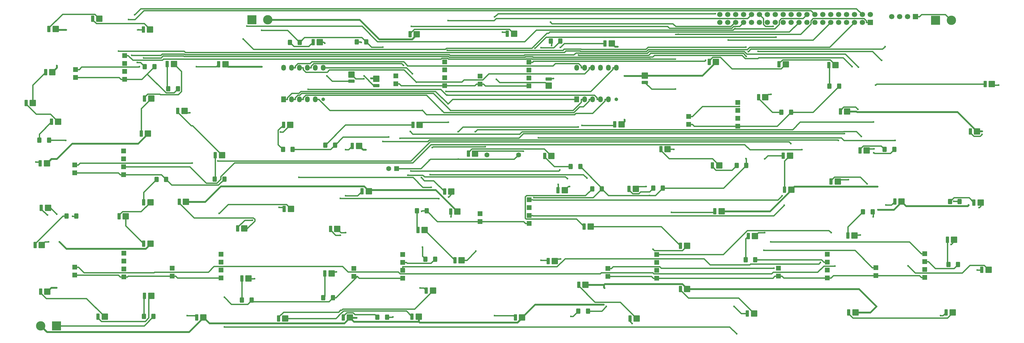
<source format=gbr>
%TF.GenerationSoftware,KiCad,Pcbnew,9.0.2*%
%TF.CreationDate,2025-07-13T15:23:56+02:00*%
%TF.ProjectId,elec,656c6563-2e6b-4696-9361-645f70636258,rev?*%
%TF.SameCoordinates,Original*%
%TF.FileFunction,Copper,L1,Top*%
%TF.FilePolarity,Positive*%
%FSLAX46Y46*%
G04 Gerber Fmt 4.6, Leading zero omitted, Abs format (unit mm)*
G04 Created by KiCad (PCBNEW 9.0.2) date 2025-07-13 15:23:56*
%MOMM*%
%LPD*%
G01*
G04 APERTURE LIST*
G04 Aperture macros list*
%AMRoundRect*
0 Rectangle with rounded corners*
0 $1 Rounding radius*
0 $2 $3 $4 $5 $6 $7 $8 $9 X,Y pos of 4 corners*
0 Add a 4 corners polygon primitive as box body*
4,1,4,$2,$3,$4,$5,$6,$7,$8,$9,$2,$3,0*
0 Add four circle primitives for the rounded corners*
1,1,$1+$1,$2,$3*
1,1,$1+$1,$4,$5*
1,1,$1+$1,$6,$7*
1,1,$1+$1,$8,$9*
0 Add four rect primitives between the rounded corners*
20,1,$1+$1,$2,$3,$4,$5,0*
20,1,$1+$1,$4,$5,$6,$7,0*
20,1,$1+$1,$6,$7,$8,$9,0*
20,1,$1+$1,$8,$9,$2,$3,0*%
G04 Aperture macros list end*
%TA.AperFunction,SMDPad,CuDef*%
%ADD10RoundRect,0.250000X-0.400000X-0.625000X0.400000X-0.625000X0.400000X0.625000X-0.400000X0.625000X0*%
%TD*%
%TA.AperFunction,SMDPad,CuDef*%
%ADD11RoundRect,0.165000X0.885000X-0.385000X0.885000X0.385000X-0.885000X0.385000X-0.885000X-0.385000X0*%
%TD*%
%TA.AperFunction,SMDPad,CuDef*%
%ADD12RoundRect,0.315000X0.735000X-0.735000X0.735000X0.735000X-0.735000X0.735000X-0.735000X-0.735000X0*%
%TD*%
%TA.AperFunction,ComponentPad*%
%ADD13R,1.500000X1.500000*%
%TD*%
%TA.AperFunction,SMDPad,CuDef*%
%ADD14RoundRect,0.165000X-0.385000X-0.885000X0.385000X-0.885000X0.385000X0.885000X-0.385000X0.885000X0*%
%TD*%
%TA.AperFunction,SMDPad,CuDef*%
%ADD15RoundRect,0.315000X-0.735000X-0.735000X0.735000X-0.735000X0.735000X0.735000X-0.735000X0.735000X0*%
%TD*%
%TA.AperFunction,ComponentPad*%
%ADD16R,1.501140X1.930400*%
%TD*%
%TA.AperFunction,ComponentPad*%
%ADD17O,1.501140X1.930400*%
%TD*%
%TA.AperFunction,ComponentPad*%
%ADD18O,1.168400X1.168400*%
%TD*%
%TA.AperFunction,SMDPad,CuDef*%
%ADD19RoundRect,0.165000X-0.885000X0.385000X-0.885000X-0.385000X0.885000X-0.385000X0.885000X0.385000X0*%
%TD*%
%TA.AperFunction,SMDPad,CuDef*%
%ADD20RoundRect,0.315000X-0.735000X0.735000X-0.735000X-0.735000X0.735000X-0.735000X0.735000X0.735000X0*%
%TD*%
%TA.AperFunction,ComponentPad*%
%ADD21R,3.000000X3.000000*%
%TD*%
%TA.AperFunction,ComponentPad*%
%ADD22C,3.000000*%
%TD*%
%TA.AperFunction,ComponentPad*%
%ADD23R,1.700000X1.700000*%
%TD*%
%TA.AperFunction,ComponentPad*%
%ADD24C,1.700000*%
%TD*%
%TA.AperFunction,ComponentPad*%
%ADD25C,1.600000*%
%TD*%
%TA.AperFunction,ComponentPad*%
%ADD26RoundRect,0.250000X0.550000X0.550000X-0.550000X0.550000X-0.550000X-0.550000X0.550000X-0.550000X0*%
%TD*%
%TA.AperFunction,ViaPad*%
%ADD27C,0.600000*%
%TD*%
%TA.AperFunction,Conductor*%
%ADD28C,0.400000*%
%TD*%
%TA.AperFunction,Conductor*%
%ADD29C,0.600000*%
%TD*%
G04 APERTURE END LIST*
D10*
%TO.P,R29,1*%
%TO.N,Net-(D81-K)*%
X354075000Y-157550000D03*
%TO.P,R29,2*%
%TO.N,GND*%
X357175000Y-157550000D03*
%TD*%
D11*
%TO.P,D45,1,K*%
%TO.N,Net-(D45-K)*%
X170125000Y-120240000D03*
D12*
%TO.P,D45,2,A*%
%TO.N,+12V*%
X170125000Y-118090000D03*
%TD*%
D13*
%TO.P,KR8,1,+5V_TOP_LED*%
%TO.N,Net-(J2-Pin_24)*%
X286000000Y-125650000D03*
%TO.P,KR8,2,GND_TOP_LED*%
%TO.N,GND*%
X286000000Y-128190000D03*
%TO.P,KR8,3,+5V_BOTTOM_LED*%
%TO.N,Net-(J2-Pin_26)*%
X286000000Y-130730000D03*
%TO.P,KR8,4,GND_BOTTOM_LED*%
%TO.N,GND*%
X286000000Y-133270000D03*
%TO.P,KR8,5,SW_IN*%
%TO.N,Net-(J2-Pin_27)*%
X270300000Y-130150000D03*
%TO.P,KR8,6,SW_OUT*%
%TO.N,GND*%
X270300000Y-132690000D03*
%TD*%
D11*
%TO.P,D58,1,K*%
%TO.N,Net-(D58-K)*%
X256250000Y-119225000D03*
D12*
%TO.P,D58,2,A*%
%TO.N,+12V*%
X256250000Y-117075000D03*
%TD*%
D10*
%TO.P,R15,1*%
%TO.N,Net-(D41-K)*%
X183150000Y-160500000D03*
%TO.P,R15,2*%
%TO.N,GND*%
X186250000Y-160500000D03*
%TD*%
D13*
%TO.P,KR3,1,+5V_TOP_LED*%
%TO.N,Net-(J2-Pin_4)*%
X89150000Y-174100000D03*
%TO.P,KR3,2,GND_TOP_LED*%
%TO.N,GND*%
X89150000Y-176640000D03*
%TO.P,KR3,3,+5V_BOTTOM_LED*%
%TO.N,Net-(J2-Pin_5)*%
X89150000Y-179180000D03*
%TO.P,KR3,4,GND_BOTTOM_LED*%
%TO.N,GND*%
X89150000Y-181720000D03*
%TO.P,KR3,5,SW_IN*%
%TO.N,Net-(J2-Pin_6)*%
X73450000Y-178600000D03*
%TO.P,KR3,6,SW_OUT*%
%TO.N,GND*%
X73450000Y-181140000D03*
%TD*%
D14*
%TO.P,D16,1,K*%
%TO.N,Net-(D16-K)*%
X95535000Y-157750000D03*
D15*
%TO.P,D16,2,A*%
%TO.N,Net-(D15-K)*%
X97685000Y-157750000D03*
%TD*%
D14*
%TO.P,D56,1,K*%
%TO.N,Net-(D56-K)*%
X251485000Y-195150000D03*
D15*
%TO.P,D56,2,A*%
%TO.N,Net-(D55-K)*%
X253635000Y-195150000D03*
%TD*%
D10*
%TO.P,R14,1*%
%TO.N,Net-(D38-K)*%
X185875000Y-176025000D03*
%TO.P,R14,2*%
%TO.N,GND*%
X188975000Y-176025000D03*
%TD*%
D13*
%TO.P,KR11,1,+5V_TOP_LED*%
%TO.N,Net-(J2-Pin_31)*%
X192050000Y-112650000D03*
%TO.P,KR11,2,GND_TOP_LED*%
%TO.N,GND*%
X192050000Y-115190000D03*
%TO.P,KR11,3,+5V_BOTTOM_LED*%
%TO.N,Net-(J2-Pin_32)*%
X192050000Y-117730000D03*
%TO.P,KR11,4,GND_BOTTOM_LED*%
%TO.N,GND*%
X192050000Y-120270000D03*
%TO.P,KR11,5,SW_IN*%
%TO.N,Net-(J2-Pin_33)*%
X176350000Y-117150000D03*
%TO.P,KR11,6,SW_OUT*%
%TO.N,GND*%
X176350000Y-119690000D03*
%TD*%
%TO.P,KR7,1,+5V_TOP_LED*%
%TO.N,Net-(J2-Pin_10)*%
X260050000Y-174500000D03*
%TO.P,KR7,2,GND_TOP_LED*%
%TO.N,GND*%
X260050000Y-177040000D03*
%TO.P,KR7,3,+5V_BOTTOM_LED*%
%TO.N,Net-(J2-Pin_11)*%
X260050000Y-179580000D03*
%TO.P,KR7,4,GND_BOTTOM_LED*%
%TO.N,GND*%
X260050000Y-182120000D03*
%TO.P,KR7,5,SW_IN*%
%TO.N,Net-(J2-Pin_12)*%
X244350000Y-179000000D03*
%TO.P,KR7,6,SW_OUT*%
%TO.N,GND*%
X244350000Y-181540000D03*
%TD*%
D14*
%TO.P,D57,1,K*%
%TO.N,Net-(D57-K)*%
X251175000Y-153450000D03*
D15*
%TO.P,D57,2,A*%
%TO.N,Net-(D56-K)*%
X253325000Y-153450000D03*
%TD*%
D10*
%TO.P,R9,1*%
%TO.N,Net-(D25-K)*%
X127050000Y-189200000D03*
%TO.P,R9,2*%
%TO.N,GND*%
X130150000Y-189200000D03*
%TD*%
%TO.P,R5,1*%
%TO.N,Net-(D13-K)*%
X95600000Y-194425000D03*
%TO.P,R5,2*%
%TO.N,GND*%
X98700000Y-194425000D03*
%TD*%
D14*
%TO.P,D28,1,K*%
%TO.N,Net-(D28-K)*%
X140360000Y-132850000D03*
D15*
%TO.P,D28,2,A*%
%TO.N,Net-(D27-K)*%
X142510000Y-132850000D03*
%TD*%
D14*
%TO.P,D27,1,K*%
%TO.N,Net-(D27-K)*%
X140610000Y-159925000D03*
D15*
%TO.P,D27,2,A*%
%TO.N,Net-(D26-K)*%
X142760000Y-159925000D03*
%TD*%
D14*
%TO.P,D53,1,K*%
%TO.N,Net-(D53-K)*%
X228400000Y-153850000D03*
D15*
%TO.P,D53,2,A*%
%TO.N,Net-(D52-K)*%
X230550000Y-153850000D03*
%TD*%
D14*
%TO.P,D55,1,K*%
%TO.N,Net-(D55-K)*%
X235050000Y-184275000D03*
D15*
%TO.P,D55,2,A*%
%TO.N,+12V*%
X237200000Y-184275000D03*
%TD*%
D14*
%TO.P,D82,1,K*%
%TO.N,Net-(D82-K)*%
X360575000Y-135025000D03*
D15*
%TO.P,D82,2,A*%
%TO.N,+12V*%
X362725000Y-135025000D03*
%TD*%
D10*
%TO.P,R13,1*%
%TO.N,Net-(D35-K)*%
X170475000Y-194675000D03*
%TO.P,R13,2*%
%TO.N,GND*%
X173575000Y-194675000D03*
%TD*%
%TO.P,R23,1*%
%TO.N,Net-(D63-K)*%
X239350000Y-153450000D03*
%TO.P,R23,2*%
%TO.N,GND*%
X242450000Y-153450000D03*
%TD*%
D14*
%TO.P,D67,1,K*%
%TO.N,Net-(D67-K)*%
X301050000Y-153675000D03*
D15*
%TO.P,D67,2,A*%
%TO.N,+12V*%
X303200000Y-153675000D03*
%TD*%
D14*
%TO.P,D32,1,K*%
%TO.N,Net-(D32-K)*%
X165575000Y-154200000D03*
D15*
%TO.P,D32,2,A*%
%TO.N,+12V*%
X167725000Y-154200000D03*
%TD*%
D14*
%TO.P,D50,1,K*%
%TO.N,Net-(D50-K)*%
X199660000Y-142125000D03*
D15*
%TO.P,D50,2,A*%
%TO.N,Net-(D49-K)*%
X201810000Y-142125000D03*
%TD*%
D14*
%TO.P,D24,1,K*%
%TO.N,Net-(D24-K)*%
X125660000Y-166200000D03*
D15*
%TO.P,D24,2,A*%
%TO.N,Net-(D23-K)*%
X127810000Y-166200000D03*
%TD*%
D14*
%TO.P,D13,1,K*%
%TO.N,Net-(D13-K)*%
X95810000Y-187875000D03*
D15*
%TO.P,D13,2,A*%
%TO.N,Net-(D12-K)*%
X97960000Y-187875000D03*
%TD*%
D10*
%TO.P,R20,1*%
%TO.N,Net-(D54-K)*%
X234900000Y-192725000D03*
%TO.P,R20,2*%
%TO.N,GND*%
X238000000Y-192725000D03*
%TD*%
D13*
%TO.P,KR1,1,+5V_TOP_LED*%
%TO.N,Net-(J2-Pin_1)*%
X89400000Y-110600000D03*
%TO.P,KR1,2,GND_TOP_LED*%
%TO.N,GND*%
X89400000Y-113140000D03*
%TO.P,KR1,3,+5V_BOTTOM_LED*%
%TO.N,Net-(J2-Pin_2)*%
X89400000Y-115680000D03*
%TO.P,KR1,4,GND_BOTTOM_LED*%
%TO.N,GND*%
X89400000Y-118220000D03*
%TO.P,KR1,5,SW_IN*%
%TO.N,Net-(J2-Pin_3)*%
X73700000Y-115100000D03*
%TO.P,KR1,6,SW_OUT*%
%TO.N,GND*%
X73700000Y-117640000D03*
%TD*%
D10*
%TO.P,R27,1*%
%TO.N,Net-(D75-K)*%
X326150000Y-160850000D03*
%TO.P,R27,2*%
%TO.N,GND*%
X329250000Y-160850000D03*
%TD*%
D14*
%TO.P,D49,1,K*%
%TO.N,Net-(D49-K)*%
X243450000Y-106700000D03*
D15*
%TO.P,D49,2,A*%
%TO.N,+12V*%
X245600000Y-106700000D03*
%TD*%
D14*
%TO.P,D47,1,K*%
%TO.N,Net-(D47-K)*%
X212150000Y-103600000D03*
D15*
%TO.P,D47,2,A*%
%TO.N,Net-(D46-K)*%
X214300000Y-103600000D03*
%TD*%
D14*
%TO.P,D21,1,K*%
%TO.N,Net-(D21-K)*%
X106460000Y-128425000D03*
D15*
%TO.P,D21,2,A*%
%TO.N,Net-(D20-K)*%
X108610000Y-128425000D03*
%TD*%
D14*
%TO.P,D36,1,K*%
%TO.N,Net-(D36-K)*%
X181560000Y-194500000D03*
D15*
%TO.P,D36,2,A*%
%TO.N,+12V*%
X183710000Y-194500000D03*
%TD*%
D14*
%TO.P,D76,1,K*%
%TO.N,Net-(D76-K)*%
X321625000Y-193200000D03*
D15*
%TO.P,D76,2,A*%
%TO.N,+12V*%
X323775000Y-193200000D03*
%TD*%
D10*
%TO.P,R12,1*%
%TO.N,Net-(D34-K)*%
X153125000Y-188425000D03*
%TO.P,R12,2*%
%TO.N,GND*%
X156225000Y-188425000D03*
%TD*%
%TO.P,R4,1*%
%TO.N,Net-(D10-K)*%
X70825000Y-162200000D03*
%TO.P,R4,2*%
%TO.N,GND*%
X73925000Y-162200000D03*
%TD*%
D14*
%TO.P,D78,1,K*%
%TO.N,Net-(D78-K)*%
X353250000Y-169775000D03*
D15*
%TO.P,D78,2,A*%
%TO.N,Net-(D77-K)*%
X355400000Y-169775000D03*
%TD*%
D10*
%TO.P,R30,1*%
%TO.N,Net-(D84-K)*%
X333125000Y-140775000D03*
%TO.P,R30,2*%
%TO.N,GND*%
X336225000Y-140775000D03*
%TD*%
%TO.P,R16,1*%
%TO.N,Net-(D44-K)*%
X153775000Y-139375000D03*
%TO.P,R16,2*%
%TO.N,GND*%
X156875000Y-139375000D03*
%TD*%
D14*
%TO.P,D17,1,K*%
%TO.N,Net-(D17-K)*%
X94735000Y-135675000D03*
D15*
%TO.P,D17,2,A*%
%TO.N,+12V*%
X96885000Y-135675000D03*
%TD*%
D14*
%TO.P,D20,1,K*%
%TO.N,Net-(D20-K)*%
X119585000Y-113400000D03*
D15*
%TO.P,D20,2,A*%
%TO.N,+12V*%
X121735000Y-113400000D03*
%TD*%
D14*
%TO.P,D46,1,K*%
%TO.N,Net-(D46-K)*%
X180925000Y-103800000D03*
D15*
%TO.P,D46,2,A*%
%TO.N,+12V*%
X183075000Y-103800000D03*
%TD*%
D13*
%TO.P,KR9,1,+5V_TOP_LED*%
%TO.N,Net-(J2-Pin_13)*%
X314750000Y-174450000D03*
%TO.P,KR9,2,GND_TOP_LED*%
%TO.N,GND*%
X314750000Y-176990000D03*
%TO.P,KR9,3,+5V_BOTTOM_LED*%
%TO.N,Net-(J2-Pin_14)*%
X314750000Y-179530000D03*
%TO.P,KR9,4,GND_BOTTOM_LED*%
%TO.N,GND*%
X314750000Y-182070000D03*
%TO.P,KR9,5,SW_IN*%
%TO.N,Net-(J2-Pin_15)*%
X299050000Y-178950000D03*
%TO.P,KR9,6,SW_OUT*%
%TO.N,GND*%
X299050000Y-181490000D03*
%TD*%
D10*
%TO.P,R7,1*%
%TO.N,Net-(D19-K)*%
X103425000Y-121250000D03*
%TO.P,R7,2*%
%TO.N,GND*%
X106525000Y-121250000D03*
%TD*%
D14*
%TO.P,D54,1,K*%
%TO.N,Net-(D54-K)*%
X225200000Y-176675000D03*
D15*
%TO.P,D54,2,A*%
%TO.N,Net-(D53-K)*%
X227350000Y-176675000D03*
%TD*%
D14*
%TO.P,D34,1,K*%
%TO.N,Net-(D34-K)*%
X153635000Y-180675000D03*
D15*
%TO.P,D34,2,A*%
%TO.N,Net-(D33-K)*%
X155785000Y-180675000D03*
%TD*%
D14*
%TO.P,D70,1,K*%
%TO.N,Net-(D70-K)*%
X276875000Y-112650000D03*
D15*
%TO.P,D70,2,A*%
%TO.N,+12V*%
X279025000Y-112650000D03*
%TD*%
D14*
%TO.P,D7,1,K*%
%TO.N,Net-(D7-K)*%
X65985000Y-131900000D03*
D15*
%TO.P,D7,2,A*%
%TO.N,Net-(D6-K)*%
X68135000Y-131900000D03*
%TD*%
D14*
%TO.P,D75,1,K*%
%TO.N,Net-(D75-K)*%
X321325000Y-168425000D03*
D15*
%TO.P,D75,2,A*%
%TO.N,Net-(D74-K)*%
X323475000Y-168425000D03*
%TD*%
D10*
%TO.P,R24,1*%
%TO.N,Net-(D66-K)*%
X288525000Y-176275000D03*
%TO.P,R24,2*%
%TO.N,GND*%
X291625000Y-176275000D03*
%TD*%
D14*
%TO.P,D19,1,K*%
%TO.N,Net-(D19-K)*%
X103085000Y-113300000D03*
D15*
%TO.P,D19,2,A*%
%TO.N,Net-(D18-K)*%
X105235000Y-113300000D03*
%TD*%
D14*
%TO.P,D66,1,K*%
%TO.N,Net-(D66-K)*%
X289400000Y-168575000D03*
D15*
%TO.P,D66,2,A*%
%TO.N,Net-(D65-K)*%
X291550000Y-168575000D03*
%TD*%
D14*
%TO.P,D68,1,K*%
%TO.N,Net-(D68-K)*%
X300600000Y-142775000D03*
D15*
%TO.P,D68,2,A*%
%TO.N,Net-(D67-K)*%
X302750000Y-142775000D03*
%TD*%
D14*
%TO.P,D41,1,K*%
%TO.N,Net-(D41-K)*%
X183475000Y-166650000D03*
D15*
%TO.P,D41,2,A*%
%TO.N,Net-(D40-K)*%
X185625000Y-166650000D03*
%TD*%
D14*
%TO.P,D33,1,K*%
%TO.N,Net-(D33-K)*%
X155435000Y-166350000D03*
D15*
%TO.P,D33,2,A*%
%TO.N,Net-(D32-K)*%
X157585000Y-166350000D03*
%TD*%
D14*
%TO.P,D59,1,K*%
%TO.N,Net-(D59-K)*%
X261350000Y-140700000D03*
D15*
%TO.P,D59,2,A*%
%TO.N,Net-(D58-K)*%
X263500000Y-140700000D03*
%TD*%
D14*
%TO.P,D25,1,K*%
%TO.N,Net-(D25-K)*%
X127025000Y-182225000D03*
D15*
%TO.P,D25,2,A*%
%TO.N,Net-(D24-K)*%
X129175000Y-182225000D03*
%TD*%
D13*
%TO.P,KR10,1,+5V_TOP_LED*%
%TO.N,Net-(J2-Pin_28)*%
X346000000Y-174250000D03*
%TO.P,KR10,2,GND_TOP_LED*%
%TO.N,GND*%
X346000000Y-176790000D03*
%TO.P,KR10,3,+5V_BOTTOM_LED*%
%TO.N,Net-(J2-Pin_29)*%
X346000000Y-179330000D03*
%TO.P,KR10,4,GND_BOTTOM_LED*%
%TO.N,GND*%
X346000000Y-181870000D03*
%TO.P,KR10,5,SW_IN*%
%TO.N,Net-(J2-Pin_30)*%
X330300000Y-178750000D03*
%TO.P,KR10,6,SW_OUT*%
%TO.N,GND*%
X330300000Y-181290000D03*
%TD*%
D14*
%TO.P,D71,1,K*%
%TO.N,Net-(D71-K)*%
X299250000Y-113400000D03*
D15*
%TO.P,D71,2,A*%
%TO.N,Net-(D70-K)*%
X301400000Y-113400000D03*
%TD*%
D14*
%TO.P,D73,1,K*%
%TO.N,Net-(D73-K)*%
X318950000Y-128600000D03*
D15*
%TO.P,D73,2,A*%
%TO.N,+12V*%
X321100000Y-128600000D03*
%TD*%
D14*
%TO.P,D63,1,K*%
%TO.N,Net-(D63-K)*%
X236750000Y-165600000D03*
D15*
%TO.P,D63,2,A*%
%TO.N,Net-(D62-K)*%
X238900000Y-165600000D03*
%TD*%
D14*
%TO.P,D5,1,K*%
%TO.N,Net-(D5-K)*%
X64085000Y-115975000D03*
D15*
%TO.P,D5,2,A*%
%TO.N,+12V*%
X66235000Y-115975000D03*
%TD*%
D14*
%TO.P,D84,1,K*%
%TO.N,Net-(D84-K)*%
X325225000Y-141075000D03*
D15*
%TO.P,D84,2,A*%
%TO.N,Net-(D83-K)*%
X327375000Y-141075000D03*
%TD*%
D14*
%TO.P,D9,1,K*%
%TO.N,Net-(D10-A)*%
X62710000Y-159550000D03*
D15*
%TO.P,D9,2,A*%
%TO.N,Net-(D8-K)*%
X64860000Y-159550000D03*
%TD*%
D16*
%TO.P,S1,1,e*%
%TO.N,/A_SegE*%
X140421400Y-124705000D03*
D17*
%TO.P,S1,2,d*%
%TO.N,/A_SegD*%
X142961400Y-124705000D03*
%TO.P,S1,3,dp*%
%TO.N,/A_SegDP*%
X145501400Y-124705000D03*
%TO.P,S1,4,c*%
%TO.N,/A_SegC*%
X148041400Y-124705000D03*
%TO.P,S1,5,g*%
%TO.N,/A_SegG*%
X150581400Y-124705000D03*
D18*
%TO.P,S1,6*%
%TO.N,N/C*%
X153121400Y-124705000D03*
D17*
%TO.P,S1,7,b*%
%TO.N,/A_SegB*%
X153121400Y-114545000D03*
%TO.P,S1,8,A1*%
%TO.N,/A0*%
X150581400Y-114545000D03*
%TO.P,S1,9,A2*%
%TO.N,/A1*%
X148041400Y-114545000D03*
%TO.P,S1,10,f*%
%TO.N,/A_SegF*%
X145501400Y-114545000D03*
%TO.P,S1,11,a*%
%TO.N,/A_SegA*%
X142961400Y-114545000D03*
%TO.P,S1,12,A3*%
%TO.N,/A2*%
X140423940Y-114545000D03*
%TD*%
D14*
%TO.P,D80,1,K*%
%TO.N,Net-(D80-K)*%
X364300000Y-179475000D03*
D15*
%TO.P,D80,2,A*%
%TO.N,Net-(D79-K)*%
X366450000Y-179475000D03*
%TD*%
D14*
%TO.P,D3,1,K*%
%TO.N,Net-(D3-K)*%
X79175000Y-98800000D03*
D15*
%TO.P,D3,2,A*%
%TO.N,Net-(D2-K)*%
X81325000Y-98800000D03*
%TD*%
D14*
%TO.P,D43,1,K*%
%TO.N,Net-(D43-K)*%
X192025000Y-154300000D03*
D15*
%TO.P,D43,2,A*%
%TO.N,Net-(D42-K)*%
X194175000Y-154300000D03*
%TD*%
D19*
%TO.P,D48,1,K*%
%TO.N,Net-(D48-K)*%
X225375000Y-118150000D03*
D20*
%TO.P,D48,2,A*%
%TO.N,Net-(D47-K)*%
X225375000Y-120300000D03*
%TD*%
D10*
%TO.P,R11,1*%
%TO.N,Net-(D31-K)*%
X142425000Y-106375000D03*
%TO.P,R11,2*%
%TO.N,GND*%
X145525000Y-106375000D03*
%TD*%
D14*
%TO.P,D64,1,K*%
%TO.N,Net-(D64-K)*%
X267625000Y-185600000D03*
D15*
%TO.P,D64,2,A*%
%TO.N,+12V*%
X269775000Y-185600000D03*
%TD*%
D14*
%TO.P,D8,1,K*%
%TO.N,Net-(D8-K)*%
X62350000Y-145225000D03*
D15*
%TO.P,D8,2,A*%
%TO.N,+12V*%
X64500000Y-145225000D03*
%TD*%
D14*
%TO.P,D23,1,K*%
%TO.N,Net-(D23-K)*%
X106960000Y-157650000D03*
D15*
%TO.P,D23,2,A*%
%TO.N,+12V*%
X109110000Y-157650000D03*
%TD*%
D10*
%TO.P,R21,1*%
%TO.N,Net-(D57-K)*%
X258900000Y-153200000D03*
%TO.P,R21,2*%
%TO.N,GND*%
X262000000Y-153200000D03*
%TD*%
D14*
%TO.P,D6,1,K*%
%TO.N,Net-(D6-K)*%
X57835000Y-125825000D03*
D15*
%TO.P,D6,2,A*%
%TO.N,Net-(D5-K)*%
X59985000Y-125825000D03*
%TD*%
D14*
%TO.P,D15,1,K*%
%TO.N,Net-(D15-K)*%
X87660000Y-162225000D03*
D15*
%TO.P,D15,2,A*%
%TO.N,Net-(D14-K)*%
X89810000Y-162225000D03*
%TD*%
D14*
%TO.P,D83,1,K*%
%TO.N,Net-(D83-K)*%
X365325000Y-119800000D03*
D15*
%TO.P,D83,2,A*%
%TO.N,Net-(D82-K)*%
X367475000Y-119800000D03*
%TD*%
D13*
%TO.P,KR5,1,+5V_TOP_LED*%
%TO.N,Net-(J2-Pin_7)*%
X178600000Y-174510000D03*
%TO.P,KR5,2,GND_TOP_LED*%
%TO.N,GND*%
X178600000Y-177050000D03*
%TO.P,KR5,3,+5V_BOTTOM_LED*%
%TO.N,Net-(J2-Pin_8)*%
X178600000Y-179590000D03*
%TO.P,KR5,4,GND_BOTTOM_LED*%
%TO.N,GND*%
X178600000Y-182130000D03*
%TO.P,KR5,5,SW_IN*%
%TO.N,Net-(J2-Pin_9)*%
X162900000Y-179010000D03*
%TO.P,KR5,6,SW_OUT*%
%TO.N,GND*%
X162900000Y-181550000D03*
%TD*%
D14*
%TO.P,D62,1,K*%
%TO.N,Net-(D62-K)*%
X267625000Y-171725000D03*
D15*
%TO.P,D62,2,A*%
%TO.N,Net-(D61-K)*%
X269775000Y-171725000D03*
%TD*%
D14*
%TO.P,D40,1,K*%
%TO.N,Net-(D40-K)*%
X195350000Y-176375000D03*
D15*
%TO.P,D40,2,A*%
%TO.N,Net-(D39-K)*%
X197500000Y-176375000D03*
%TD*%
D14*
%TO.P,D10,1,K*%
%TO.N,Net-(D10-K)*%
X60700000Y-171475000D03*
D15*
%TO.P,D10,2,A*%
%TO.N,Net-(D10-A)*%
X62850000Y-171475000D03*
%TD*%
D11*
%TO.P,D30,1,K*%
%TO.N,Net-(D30-K)*%
X162150000Y-118840000D03*
D12*
%TO.P,D30,2,A*%
%TO.N,Net-(D29-K)*%
X162150000Y-116690000D03*
%TD*%
D14*
%TO.P,D44,1,K*%
%TO.N,Net-(D44-K)*%
X181875000Y-132925000D03*
D15*
%TO.P,D44,2,A*%
%TO.N,Net-(D43-K)*%
X184025000Y-132925000D03*
%TD*%
D14*
%TO.P,D42,1,K*%
%TO.N,Net-(D42-K)*%
X194000000Y-160775000D03*
D15*
%TO.P,D42,2,A*%
%TO.N,+12V*%
X196150000Y-160775000D03*
%TD*%
D14*
%TO.P,D39,1,K*%
%TO.N,Net-(D39-K)*%
X214725000Y-194775000D03*
D15*
%TO.P,D39,2,A*%
%TO.N,+12V*%
X216875000Y-194775000D03*
%TD*%
D10*
%TO.P,R26,1*%
%TO.N,Net-(D72-K)*%
X315425000Y-120450000D03*
%TO.P,R26,2*%
%TO.N,GND*%
X318525000Y-120450000D03*
%TD*%
D13*
%TO.P,KR12,1,+5V_TOP_LED*%
%TO.N,Net-(J2-Pin_34)*%
X219050000Y-112750000D03*
%TO.P,KR12,2,GND_TOP_LED*%
%TO.N,GND*%
X219050000Y-115290000D03*
%TO.P,KR12,3,+5V_BOTTOM_LED*%
%TO.N,Net-(J2-Pin_35)*%
X219050000Y-117830000D03*
%TO.P,KR12,4,GND_BOTTOM_LED*%
%TO.N,GND*%
X219050000Y-120370000D03*
%TO.P,KR12,5,SW_IN*%
%TO.N,Net-(J2-Pin_36)*%
X203350000Y-117250000D03*
%TO.P,KR12,6,SW_OUT*%
%TO.N,GND*%
X203350000Y-119790000D03*
%TD*%
D14*
%TO.P,D18,1,K*%
%TO.N,Net-(D18-K)*%
X95810000Y-124450000D03*
D15*
%TO.P,D18,2,A*%
%TO.N,Net-(D17-K)*%
X97960000Y-124450000D03*
%TD*%
D14*
%TO.P,D38,1,K*%
%TO.N,Net-(D38-K)*%
X186150000Y-186125000D03*
D15*
%TO.P,D38,2,A*%
%TO.N,Net-(D37-K)*%
X188300000Y-186125000D03*
%TD*%
D10*
%TO.P,R22,1*%
%TO.N,Net-(D60-K)*%
X285650000Y-145900000D03*
%TO.P,R22,2*%
%TO.N,GND*%
X288750000Y-145900000D03*
%TD*%
%TO.P,R6,1*%
%TO.N,Net-(D16-K)*%
X99650000Y-150450000D03*
%TO.P,R6,2*%
%TO.N,GND*%
X102750000Y-150450000D03*
%TD*%
D14*
%TO.P,D4,1,K*%
%TO.N,Net-(D4-K)*%
X95435000Y-102250000D03*
D15*
%TO.P,D4,2,A*%
%TO.N,Net-(D3-K)*%
X97585000Y-102250000D03*
%TD*%
D14*
%TO.P,D12,1,K*%
%TO.N,Net-(D12-K)*%
X80900000Y-194550000D03*
D15*
%TO.P,D12,2,A*%
%TO.N,Net-(D11-K)*%
X83050000Y-194550000D03*
%TD*%
D13*
%TO.P,KR2,1,+5V_TOP_LED*%
%TO.N,Net-(J2-Pin_16)*%
X89100000Y-141250000D03*
%TO.P,KR2,2,GND_TOP_LED*%
%TO.N,GND*%
X89100000Y-143790000D03*
%TO.P,KR2,3,+5V_BOTTOM_LED*%
%TO.N,Net-(J2-Pin_17)*%
X89100000Y-146330000D03*
%TO.P,KR2,4,GND_BOTTOM_LED*%
%TO.N,GND*%
X89100000Y-148870000D03*
%TO.P,KR2,5,SW_IN*%
%TO.N,Net-(J2-Pin_18)*%
X73400000Y-145750000D03*
%TO.P,KR2,6,SW_OUT*%
%TO.N,GND*%
X73400000Y-148290000D03*
%TD*%
D10*
%TO.P,R25,1*%
%TO.N,Net-(D69-K)*%
X300000000Y-128800000D03*
%TO.P,R25,2*%
%TO.N,GND*%
X303100000Y-128800000D03*
%TD*%
D14*
%TO.P,D72,1,K*%
%TO.N,Net-(D72-K)*%
X315225000Y-113700000D03*
D15*
%TO.P,D72,2,A*%
%TO.N,Net-(D71-K)*%
X317375000Y-113700000D03*
%TD*%
D14*
%TO.P,D60,1,K*%
%TO.N,Net-(D60-K)*%
X277925000Y-145900000D03*
D15*
%TO.P,D60,2,A*%
%TO.N,Net-(D59-K)*%
X280075000Y-145900000D03*
%TD*%
D14*
%TO.P,D79,1,K*%
%TO.N,Net-(D79-K)*%
X336400000Y-157550000D03*
D15*
%TO.P,D79,2,A*%
%TO.N,+12V*%
X338550000Y-157550000D03*
%TD*%
D10*
%TO.P,R19,1*%
%TO.N,Net-(D51-K)*%
X232425000Y-146275000D03*
%TO.P,R19,2*%
%TO.N,GND*%
X235525000Y-146275000D03*
%TD*%
%TO.P,R8,1*%
%TO.N,Net-(D22-K)*%
X118300000Y-150325000D03*
%TO.P,R8,2*%
%TO.N,GND*%
X121400000Y-150325000D03*
%TD*%
D14*
%TO.P,D74,1,K*%
%TO.N,Net-(D74-K)*%
X315950000Y-151125000D03*
D15*
%TO.P,D74,2,A*%
%TO.N,Net-(D73-K)*%
X318100000Y-151125000D03*
%TD*%
D14*
%TO.P,D29,1,K*%
%TO.N,Net-(D29-K)*%
X162450000Y-139625000D03*
D15*
%TO.P,D29,2,A*%
%TO.N,+12V*%
X164600000Y-139625000D03*
%TD*%
D14*
%TO.P,D69,1,K*%
%TO.N,Net-(D69-K)*%
X292700000Y-123975000D03*
D15*
%TO.P,D69,2,A*%
%TO.N,Net-(D68-K)*%
X294850000Y-123975000D03*
%TD*%
D14*
%TO.P,D14,1,K*%
%TO.N,Net-(D14-K)*%
X95535000Y-171075000D03*
D15*
%TO.P,D14,2,A*%
%TO.N,+12V*%
X97685000Y-171075000D03*
%TD*%
D10*
%TO.P,R17,1*%
%TO.N,Net-(D45-K)*%
X163825000Y-106250000D03*
%TO.P,R17,2*%
%TO.N,GND*%
X166925000Y-106250000D03*
%TD*%
D14*
%TO.P,D35,1,K*%
%TO.N,Net-(D35-K)*%
X159525000Y-194775000D03*
D15*
%TO.P,D35,2,A*%
%TO.N,+12V*%
X161675000Y-194775000D03*
%TD*%
D10*
%TO.P,R28,1*%
%TO.N,Net-(D78-K)*%
X353550000Y-177725000D03*
%TO.P,R28,2*%
%TO.N,GND*%
X356650000Y-177725000D03*
%TD*%
D14*
%TO.P,D22,1,K*%
%TO.N,Net-(D22-K)*%
X118485000Y-142625000D03*
D15*
%TO.P,D22,2,A*%
%TO.N,Net-(D21-K)*%
X120635000Y-142625000D03*
%TD*%
D14*
%TO.P,D52,1,K*%
%TO.N,Net-(D52-K)*%
X246600000Y-132750000D03*
D15*
%TO.P,D52,2,A*%
%TO.N,+12V*%
X248750000Y-132750000D03*
%TD*%
D14*
%TO.P,D65,1,K*%
%TO.N,Net-(D65-K)*%
X289100000Y-193500000D03*
D15*
%TO.P,D65,2,A*%
%TO.N,Net-(D64-K)*%
X291250000Y-193500000D03*
%TD*%
D14*
%TO.P,D31,1,K*%
%TO.N,Net-(D31-K)*%
X149860000Y-106275000D03*
D15*
%TO.P,D31,2,A*%
%TO.N,Net-(D30-K)*%
X152010000Y-106275000D03*
%TD*%
D14*
%TO.P,D77,1,K*%
%TO.N,Net-(D77-K)*%
X352800000Y-193200000D03*
D15*
%TO.P,D77,2,A*%
%TO.N,Net-(D76-K)*%
X354950000Y-193200000D03*
%TD*%
D14*
%TO.P,D61,1,K*%
%TO.N,Net-(D61-K)*%
X278675000Y-160675000D03*
D15*
%TO.P,D61,2,A*%
%TO.N,+12V*%
X280825000Y-160675000D03*
%TD*%
D14*
%TO.P,D2,1,K*%
%TO.N,Net-(D2-K)*%
X65150000Y-102075000D03*
D15*
%TO.P,D2,2,A*%
%TO.N,+12V*%
X67300000Y-102075000D03*
%TD*%
D14*
%TO.P,D37,1,K*%
%TO.N,Net-(D37-K)*%
X138775000Y-195075000D03*
D15*
%TO.P,D37,2,A*%
%TO.N,Net-(D36-K)*%
X140925000Y-195075000D03*
%TD*%
D14*
%TO.P,D51,1,K*%
%TO.N,Net-(D51-K)*%
X224125000Y-142900000D03*
D15*
%TO.P,D51,2,A*%
%TO.N,Net-(D50-K)*%
X226275000Y-142900000D03*
%TD*%
D14*
%TO.P,D11,1,K*%
%TO.N,Net-(D11-K)*%
X62510000Y-186500000D03*
D15*
%TO.P,D11,2,A*%
%TO.N,+12V*%
X64660000Y-186500000D03*
%TD*%
D16*
%TO.P,S2,1,e*%
%TO.N,/A_SegE*%
X234415200Y-124669300D03*
D17*
%TO.P,S2,2,d*%
%TO.N,/A_SegD*%
X236955200Y-124669300D03*
%TO.P,S2,3,dp*%
%TO.N,/A_SegDP*%
X239495200Y-124669300D03*
%TO.P,S2,4,c*%
%TO.N,/A_SegC*%
X242035200Y-124669300D03*
%TO.P,S2,5,g*%
%TO.N,/A_SegG*%
X244575200Y-124669300D03*
D18*
%TO.P,S2,6*%
%TO.N,N/C*%
X247115200Y-124669300D03*
D17*
%TO.P,S2,7,b*%
%TO.N,/A_SegB*%
X247115200Y-114509300D03*
%TO.P,S2,8,A1*%
%TO.N,/A3*%
X244575200Y-114509300D03*
%TO.P,S2,9,A2*%
%TO.N,/A4*%
X242035200Y-114509300D03*
%TO.P,S2,10,f*%
%TO.N,/A_SegF*%
X239495200Y-114509300D03*
%TO.P,S2,11,a*%
%TO.N,/A_SegA*%
X236955200Y-114509300D03*
%TO.P,S2,12,A3*%
%TO.N,/A5*%
X234417740Y-114509300D03*
%TD*%
D13*
%TO.P,KR4,1,+5V_TOP_LED*%
%TO.N,Net-(J2-Pin_19)*%
X120350000Y-174450000D03*
%TO.P,KR4,2,GND_TOP_LED*%
%TO.N,GND*%
X120350000Y-176990000D03*
%TO.P,KR4,3,+5V_BOTTOM_LED*%
%TO.N,Net-(J2-Pin_20)*%
X120350000Y-179530000D03*
%TO.P,KR4,4,GND_BOTTOM_LED*%
%TO.N,GND*%
X120350000Y-182070000D03*
%TO.P,KR4,5,SW_IN*%
%TO.N,Net-(J2-Pin_21)*%
X104650000Y-178950000D03*
%TO.P,KR4,6,SW_OUT*%
%TO.N,GND*%
X104650000Y-181490000D03*
%TD*%
D10*
%TO.P,R2,1*%
%TO.N,Net-(D4-K)*%
X95875000Y-114200000D03*
%TO.P,R2,2*%
%TO.N,GND*%
X98975000Y-114200000D03*
%TD*%
D14*
%TO.P,D26,1,K*%
%TO.N,Net-(D26-K)*%
X112535000Y-194750000D03*
D15*
%TO.P,D26,2,A*%
%TO.N,+12V*%
X114685000Y-194750000D03*
%TD*%
D13*
%TO.P,KR6,1,+5V_TOP_LED*%
%TO.N,Net-(J2-Pin_22)*%
X219100000Y-156900000D03*
%TO.P,KR6,2,GND_TOP_LED*%
%TO.N,GND*%
X219100000Y-159440000D03*
%TO.P,KR6,3,+5V_BOTTOM_LED*%
%TO.N,Net-(J2-Pin_23)*%
X219100000Y-161980000D03*
%TO.P,KR6,4,GND_BOTTOM_LED*%
%TO.N,GND*%
X219100000Y-164520000D03*
%TO.P,KR6,5,SW_IN*%
%TO.N,Net-(J2-Pin_25)*%
X203400000Y-161400000D03*
%TO.P,KR6,6,SW_OUT*%
%TO.N,GND*%
X203400000Y-163940000D03*
%TD*%
D10*
%TO.P,R3,1*%
%TO.N,Net-(D7-K)*%
X62075000Y-137800000D03*
%TO.P,R3,2*%
%TO.N,GND*%
X65175000Y-137800000D03*
%TD*%
%TO.P,R10,1*%
%TO.N,Net-(D28-K)*%
X140200000Y-140800000D03*
%TO.P,R10,2*%
%TO.N,GND*%
X143300000Y-140800000D03*
%TD*%
%TO.P,R18,1*%
%TO.N,Net-(D48-K)*%
X226050000Y-105975000D03*
%TO.P,R18,2*%
%TO.N,GND*%
X229150000Y-105975000D03*
%TD*%
D14*
%TO.P,D81,1,K*%
%TO.N,Net-(D81-K)*%
X361750000Y-157850000D03*
D15*
%TO.P,D81,2,A*%
%TO.N,Net-(D80-K)*%
X363900000Y-157850000D03*
%TD*%
D21*
%TO.P,P1,1,Pin_1*%
%TO.N,/Vin*%
X349400000Y-99300000D03*
D22*
%TO.P,P1,2,Pin_2*%
%TO.N,GND*%
X354480000Y-99300000D03*
%TD*%
D23*
%TO.P,J2,1,Pin_1*%
%TO.N,Net-(J2-Pin_1)*%
X328490000Y-99950000D03*
D24*
%TO.P,J2,2,Pin_2*%
%TO.N,Net-(J2-Pin_2)*%
X328490000Y-97410000D03*
%TO.P,J2,3,Pin_3*%
%TO.N,Net-(J2-Pin_3)*%
X325950000Y-99950000D03*
%TO.P,J2,4,Pin_4*%
%TO.N,Net-(J2-Pin_4)*%
X325950000Y-97410000D03*
%TO.P,J2,5,Pin_5*%
%TO.N,Net-(J2-Pin_5)*%
X323410000Y-99950000D03*
%TO.P,J2,6,Pin_6*%
%TO.N,Net-(J2-Pin_6)*%
X323410000Y-97410000D03*
%TO.P,J2,7,Pin_7*%
%TO.N,Net-(J2-Pin_7)*%
X320870000Y-99950000D03*
%TO.P,J2,8,Pin_8*%
%TO.N,Net-(J2-Pin_8)*%
X320870000Y-97410000D03*
%TO.P,J2,9,Pin_9*%
%TO.N,Net-(J2-Pin_9)*%
X318330000Y-99950000D03*
%TO.P,J2,10,Pin_10*%
%TO.N,Net-(J2-Pin_10)*%
X318330000Y-97410000D03*
%TO.P,J2,11,Pin_11*%
%TO.N,Net-(J2-Pin_11)*%
X315790000Y-99950000D03*
%TO.P,J2,12,Pin_12*%
%TO.N,Net-(J2-Pin_12)*%
X315790000Y-97410000D03*
%TO.P,J2,13,Pin_13*%
%TO.N,Net-(J2-Pin_13)*%
X313250000Y-99950000D03*
%TO.P,J2,14,Pin_14*%
%TO.N,Net-(J2-Pin_14)*%
X313250000Y-97410000D03*
%TO.P,J2,15,Pin_15*%
%TO.N,Net-(J2-Pin_15)*%
X310710000Y-99950000D03*
%TO.P,J2,16,Pin_16*%
%TO.N,Net-(J2-Pin_16)*%
X310710000Y-97410000D03*
%TO.P,J2,17,Pin_17*%
%TO.N,Net-(J2-Pin_17)*%
X308170000Y-99950000D03*
%TO.P,J2,18,Pin_18*%
%TO.N,Net-(J2-Pin_18)*%
X308170000Y-97410000D03*
%TO.P,J2,19,Pin_19*%
%TO.N,Net-(J2-Pin_19)*%
X305630000Y-99950000D03*
%TO.P,J2,20,Pin_20*%
%TO.N,Net-(J2-Pin_20)*%
X305630000Y-97410000D03*
%TO.P,J2,21,Pin_21*%
%TO.N,Net-(J2-Pin_21)*%
X303090000Y-99950000D03*
%TO.P,J2,22,Pin_22*%
%TO.N,Net-(J2-Pin_22)*%
X303090000Y-97410000D03*
%TO.P,J2,23,Pin_23*%
%TO.N,Net-(J2-Pin_23)*%
X300550000Y-99950000D03*
%TO.P,J2,24,Pin_24*%
%TO.N,Net-(J2-Pin_24)*%
X300550000Y-97410000D03*
%TO.P,J2,25,Pin_25*%
%TO.N,Net-(J2-Pin_25)*%
X298010000Y-99950000D03*
%TO.P,J2,26,Pin_26*%
%TO.N,Net-(J2-Pin_26)*%
X298010000Y-97410000D03*
%TO.P,J2,27,Pin_27*%
%TO.N,Net-(J2-Pin_27)*%
X295470000Y-99950000D03*
%TO.P,J2,28,Pin_28*%
%TO.N,Net-(J2-Pin_28)*%
X295470000Y-97410000D03*
%TO.P,J2,29,Pin_29*%
%TO.N,Net-(J2-Pin_29)*%
X292930000Y-99950000D03*
%TO.P,J2,30,Pin_30*%
%TO.N,Net-(J2-Pin_30)*%
X292930000Y-97410000D03*
%TO.P,J2,31,Pin_31*%
%TO.N,Net-(J2-Pin_31)*%
X290390000Y-99950000D03*
%TO.P,J2,32,Pin_32*%
%TO.N,Net-(J2-Pin_32)*%
X290390000Y-97410000D03*
%TO.P,J2,33,Pin_33*%
%TO.N,Net-(J2-Pin_33)*%
X287850000Y-99950000D03*
%TO.P,J2,34,Pin_34*%
%TO.N,Net-(J2-Pin_34)*%
X287850000Y-97410000D03*
%TO.P,J2,35,Pin_35*%
%TO.N,Net-(J2-Pin_35)*%
X285310000Y-99950000D03*
%TO.P,J2,36,Pin_36*%
%TO.N,Net-(J2-Pin_36)*%
X285310000Y-97410000D03*
%TO.P,J2,37,Pin_37*%
%TO.N,unconnected-(J2-Pin_37-Pad37)*%
X282770000Y-99950000D03*
%TO.P,J2,38,Pin_38*%
%TO.N,unconnected-(J2-Pin_38-Pad38)*%
X282770000Y-97410000D03*
%TO.P,J2,39,Pin_39*%
%TO.N,unconnected-(J2-Pin_39-Pad39)*%
X280230000Y-99950000D03*
%TO.P,J2,40,Pin_40*%
%TO.N,unconnected-(J2-Pin_40-Pad40)*%
X280230000Y-97410000D03*
%TD*%
D23*
%TO.P,P2,1,Pin_1*%
%TO.N,GND*%
X343040000Y-98050000D03*
D24*
%TO.P,P2,2,Pin_2*%
%TO.N,/Din*%
X340500000Y-98050000D03*
%TO.P,P2,3,Pin_3*%
%TO.N,/Sel*%
X337960000Y-98050000D03*
%TO.P,P2,4,Pin_4*%
%TO.N,/Clk*%
X335420000Y-98050000D03*
%TD*%
D25*
%TO.P,R1,1*%
%TO.N,/Vcc*%
X215730000Y-142500000D03*
%TO.P,R1,2*%
%TO.N,Net-(IC1-ISET)*%
X205570000Y-142500000D03*
%TD*%
D26*
%TO.P,C1,1*%
%TO.N,/Vcc*%
X176600000Y-146900000D03*
D25*
%TO.P,C1,2*%
%TO.N,GND*%
X174100000Y-146900000D03*
%TD*%
D21*
%TO.P,J1,1,Pin_1*%
%TO.N,GND*%
X130275000Y-99075000D03*
D22*
%TO.P,J1,2,Pin_2*%
%TO.N,+12V*%
X135355000Y-99075000D03*
%TD*%
D21*
%TO.P,J3,1,Pin_1*%
%TO.N,GND*%
X67590000Y-197450000D03*
D22*
%TO.P,J3,2,Pin_2*%
%TO.N,+12V*%
X62510000Y-197450000D03*
%TD*%
D27*
%TO.N,/Vcc*%
X196487400Y-143895400D03*
X187140300Y-144194000D03*
X336470300Y-137906200D03*
X222103900Y-137022500D03*
%TO.N,GND*%
X222979500Y-108115100D03*
X70556600Y-137848700D03*
X220668100Y-156287900D03*
X175456600Y-194574300D03*
X243885700Y-191231200D03*
X184700000Y-160676900D03*
X172207300Y-107912000D03*
X133381500Y-102524300D03*
X329650500Y-141843300D03*
X72715100Y-162279300D03*
X121435100Y-188268700D03*
X355307000Y-157458700D03*
X329452400Y-162406700D03*
X288684700Y-143687000D03*
X257706400Y-155560000D03*
X174100000Y-136779700D03*
%TO.N,/Clk*%
X325645500Y-136597500D03*
X181025500Y-135004800D03*
%TO.N,/A_SegDP*%
X191317500Y-128421100D03*
%TO.N,/A_SegG*%
X184898500Y-128249100D03*
%TO.N,/A_SegC*%
X192887000Y-123296100D03*
X148314500Y-121415700D03*
%TO.N,/A4*%
X196375100Y-135119900D03*
X234925900Y-133603700D03*
%TO.N,/A_SegB*%
X192472000Y-122148100D03*
X181696800Y-116460000D03*
%TO.N,/A_SegE*%
X193113500Y-126140500D03*
%TO.N,/Sel*%
X333235500Y-107749300D03*
X289398400Y-109314700D03*
X231381500Y-150196000D03*
X234935700Y-110431700D03*
X288768000Y-110862700D03*
X180341500Y-149016000D03*
%TO.N,/A_SegA*%
X180234400Y-113892200D03*
%TO.N,/A2*%
X145327900Y-149756200D03*
X187712100Y-152923000D03*
%TO.N,/Din*%
X201890000Y-135059800D03*
X329527200Y-131981200D03*
%TO.N,/A0*%
X190179500Y-156615900D03*
X158591600Y-156521800D03*
%TO.N,/A1*%
X178814500Y-113731200D03*
%TO.N,/A_SegD*%
X193869000Y-128199100D03*
%TO.N,/A_SegF*%
X182994600Y-119175000D03*
%TO.N,/A5*%
X228952700Y-147375000D03*
X181167100Y-147687500D03*
%TO.N,Net-(IC1-ISET)*%
X188046500Y-140205900D03*
X205076600Y-139907400D03*
%TO.N,/A3*%
X187394400Y-148892500D03*
X237642100Y-150026700D03*
%TO.N,+12V*%
X330821400Y-152718700D03*
X67614000Y-185244000D03*
X133381500Y-114206200D03*
X168434500Y-117906500D03*
X170731600Y-104998800D03*
X243271200Y-185306200D03*
X242989100Y-190640400D03*
X364309600Y-134943700D03*
X330945700Y-160123100D03*
X330497100Y-191231200D03*
X360034600Y-158643700D03*
X249729200Y-131171400D03*
X247508400Y-107751900D03*
X70662900Y-102356200D03*
X163733500Y-194874400D03*
X67676300Y-113824400D03*
X68524500Y-170493700D03*
X166689300Y-140868700D03*
X67676300Y-143831200D03*
X169745100Y-153770400D03*
X249729200Y-117168700D03*
%TO.N,Net-(D4-K)*%
X93973400Y-102356200D03*
X93502800Y-112806400D03*
%TO.N,Net-(D8-K)*%
X61004600Y-144791900D03*
X67676300Y-161606200D03*
%TO.N,Net-(D10-A)*%
X64689700Y-161844300D03*
X65042100Y-170493700D03*
%TO.N,Net-(D20-K)*%
X110321600Y-129018700D03*
X112475300Y-114206200D03*
%TO.N,Net-(D24-K)*%
X131057200Y-182343700D03*
X130394900Y-163502800D03*
%TO.N,Net-(D26-K)*%
X119727600Y-161345800D03*
X109488700Y-194193700D03*
%TO.N,Net-(D27-K)*%
X139354700Y-135162800D03*
X138960400Y-159397500D03*
%TO.N,Net-(D29-K)*%
X160260900Y-140868700D03*
X166130600Y-118059300D03*
%TO.N,Net-(D30-K)*%
X153619800Y-106639200D03*
X154287700Y-117170200D03*
%TO.N,Net-(D32-K)*%
X160260900Y-155681200D03*
X160260900Y-167531200D03*
%TO.N,Net-(D33-K)*%
X157338400Y-180116800D03*
X158610200Y-168327900D03*
%TO.N,Net-(D38-K)*%
X184129900Y-185306200D03*
X184898500Y-172166800D03*
%TO.N,Net-(D39-K)*%
X202073300Y-173456200D03*
X208046500Y-194193700D03*
%TO.N,Net-(D42-K)*%
X194076600Y-162456500D03*
X193289200Y-156081200D03*
%TO.N,Net-(D43-K)*%
X193242000Y-132034900D03*
X184563500Y-149857800D03*
%TO.N,Net-(D45-K)*%
X166234100Y-117168700D03*
X165259200Y-106427500D03*
%TO.N,Net-(D47-K)*%
X210569600Y-103077200D03*
X208601600Y-118200900D03*
%TO.N,Net-(D48-K)*%
X226942500Y-117994300D03*
X226315500Y-107383000D03*
%TO.N,Net-(D49-K)*%
X229089900Y-107992900D03*
X217271100Y-141345600D03*
%TO.N,Net-(D52-K)*%
X236040300Y-133024800D03*
X232086900Y-152718700D03*
%TO.N,Net-(D53-K)*%
X228479100Y-152018400D03*
X229192100Y-176019800D03*
%TO.N,Net-(D54-K)*%
X222979500Y-176418700D03*
X232520000Y-194467100D03*
%TO.N,Net-(D56-K)*%
X256678800Y-152697800D03*
X252165300Y-196739000D03*
%TO.N,Net-(D58-K)*%
X266065900Y-121393200D03*
X265554300Y-140784300D03*
%TO.N,Net-(D61-K)*%
X258878200Y-172862500D03*
X264791900Y-161029800D03*
%TO.N,Net-(D65-K)*%
X294657900Y-167531200D03*
X284851500Y-191231200D03*
%TO.N,Net-(D68-K)*%
X296663100Y-123093700D03*
X294657900Y-143831200D03*
%TO.N,Net-(D73-K)*%
X321537300Y-150527600D03*
X324523900Y-127918700D03*
%TO.N,Net-(D74-K)*%
X327510500Y-151828100D03*
X325271700Y-168289100D03*
%TO.N,Net-(D77-K)*%
X351079700Y-194193700D03*
X354420800Y-171328600D03*
%TO.N,Net-(D79-K)*%
X333483700Y-158643700D03*
X340659800Y-178179900D03*
%TO.N,Net-(D80-K)*%
X363396500Y-159513100D03*
X362802900Y-179540400D03*
%TO.N,Net-(D82-K)*%
X364310000Y-135943800D03*
X369671200Y-120131200D03*
%TO.N,Net-(D83-K)*%
X329706200Y-140559100D03*
X330205500Y-120131200D03*
%TO.N,Net-(J2-Pin_34)*%
X275706800Y-112131800D03*
%TO.N,Net-(J2-Pin_3)*%
X322685400Y-114206200D03*
X94143200Y-114207800D03*
X95492400Y-111338600D03*
%TO.N,Net-(J2-Pin_32)*%
X193113500Y-99393700D03*
%TO.N,Net-(J2-Pin_28)*%
X296594200Y-170493700D03*
%TO.N,Net-(J2-Pin_11)*%
X283005100Y-105600300D03*
%TO.N,Net-(J2-Pin_12)*%
X297621100Y-178960000D03*
%TO.N,Net-(J2-Pin_8)*%
X312542100Y-177052100D03*
%TO.N,Net-(J2-Pin_33)*%
X181335900Y-101200900D03*
%TO.N,Net-(J2-Pin_27)*%
X286554300Y-126920000D03*
%TO.N,Net-(J2-Pin_17)*%
X306604300Y-140868700D03*
%TO.N,Net-(J2-Pin_19)*%
X127408300Y-105318700D03*
%TO.N,Net-(J2-Pin_35)*%
X225966100Y-99886600D03*
%TO.N,Net-(J2-Pin_9)*%
X318295600Y-137906200D03*
X172207300Y-138183600D03*
%TO.N,Net-(J2-Pin_25)*%
X298327500Y-104675600D03*
X221012700Y-108222100D03*
%TO.N,Net-(J2-Pin_10)*%
X316003700Y-167531200D03*
%TO.N,Net-(J2-Pin_16)*%
X90722500Y-99017500D03*
%TO.N,Net-(J2-Pin_7)*%
X320232800Y-135663500D03*
X177729200Y-137206500D03*
%TO.N,Net-(J2-Pin_23)*%
X300900300Y-158743400D03*
%TO.N,Net-(J2-Pin_18)*%
X128608000Y-101156500D03*
X111128200Y-145178300D03*
%TO.N,Net-(J2-Pin_2)*%
X91680200Y-110576100D03*
X324701300Y-114383600D03*
%TO.N,Net-(J2-Pin_6)*%
X317141500Y-178260000D03*
%TO.N,Net-(J2-Pin_30)*%
X294423800Y-173222200D03*
X297375000Y-101239200D03*
%TO.N,Net-(J2-Pin_29)*%
X332209100Y-112120000D03*
X292521400Y-109269400D03*
%TO.N,Net-(J2-Pin_4)*%
X92643000Y-97493100D03*
%TO.N,Net-(J2-Pin_36)*%
X278805800Y-97127800D03*
X208046500Y-98196200D03*
%TO.N,Net-(J2-Pin_21)*%
X119313400Y-144494300D03*
X303017700Y-138927700D03*
%TO.N,Net-(J2-Pin_5)*%
X87469800Y-109185400D03*
%TO.N,Net-(J2-Pin_22)*%
X300238900Y-155643100D03*
%TO.N,Net-(J2-Pin_1)*%
X267002500Y-103750900D03*
X258036400Y-111735200D03*
%TO.N,Net-(J2-Pin_31)*%
X288684700Y-107915100D03*
X192928900Y-108923900D03*
%TO.N,Net-(J2-Pin_20)*%
X121435100Y-197804500D03*
X285698100Y-200063700D03*
%TD*%
D28*
%TO.N,/Vcc*%
X187438900Y-143895400D02*
X187140300Y-144194000D01*
X196487400Y-143895400D02*
X214334600Y-143895400D01*
X187140300Y-144194000D02*
X184434300Y-146900000D01*
X196487400Y-143895400D02*
X187438900Y-143895400D01*
X319185600Y-137022500D02*
X222103900Y-137022500D01*
X336470300Y-137906200D02*
X320069300Y-137906200D01*
X214334600Y-143895400D02*
X215730000Y-142500000D01*
X320069300Y-137906200D02*
X319185600Y-137022500D01*
X184434300Y-146900000D02*
X176600000Y-146900000D01*
%TO.N,GND*%
X159470300Y-136779700D02*
X156875000Y-139375000D01*
X72715100Y-162279300D02*
X73845700Y-162279300D01*
X133381500Y-102524300D02*
X141674300Y-102524300D01*
X101170000Y-148870000D02*
X102750000Y-150450000D01*
X96668500Y-116506500D02*
X98975000Y-114200000D01*
X203400000Y-163940000D02*
X189690000Y-163940000D01*
X315325900Y-182070000D02*
X314750000Y-182070000D01*
X286000000Y-133270000D02*
X287151700Y-133270000D01*
X105225900Y-181490000D02*
X104650000Y-181490000D01*
X288750000Y-143752300D02*
X288684700Y-143687000D01*
X90400900Y-118220000D02*
X94955000Y-118220000D01*
X154933200Y-189716800D02*
X156225000Y-188425000D01*
X291625000Y-176275000D02*
X312883300Y-176275000D01*
X164631700Y-182130000D02*
X178600000Y-182130000D01*
X272031700Y-133270000D02*
X286000000Y-133270000D01*
X178081700Y-120270000D02*
X190898300Y-120270000D01*
X238000000Y-192725000D02*
X242391900Y-192725000D01*
X89150000Y-181720000D02*
X90301700Y-181720000D01*
X344268300Y-181290000D02*
X330300000Y-181290000D01*
X329859900Y-142052700D02*
X329650500Y-141843300D01*
X356650000Y-177725000D02*
X355348900Y-179026100D01*
X102716600Y-122554600D02*
X96668500Y-116506500D01*
X330300000Y-181290000D02*
X316681700Y-181290000D01*
X242450000Y-153450000D02*
X242450000Y-153200000D01*
X67590000Y-197450000D02*
X95675000Y-197450000D01*
X184876900Y-160500000D02*
X184700000Y-160676900D01*
X349387800Y-179026100D02*
X347151700Y-176790000D01*
X318525000Y-120450000D02*
X310175000Y-128800000D01*
X90531700Y-181490000D02*
X90301700Y-181720000D01*
X130666800Y-189716800D02*
X154933200Y-189716800D01*
X262000000Y-153200000D02*
X281450000Y-153200000D01*
X310175000Y-128800000D02*
X303100000Y-128800000D01*
X192050000Y-120270000D02*
X201718300Y-120270000D01*
X217948300Y-164520000D02*
X217368300Y-163940000D01*
X186250000Y-160500000D02*
X184876900Y-160500000D01*
X334947300Y-142052700D02*
X329859900Y-142052700D01*
X271451700Y-132690000D02*
X272031700Y-133270000D01*
X344291700Y-98050000D02*
X344943400Y-97398300D01*
X192050000Y-120270000D02*
X190898300Y-120270000D01*
X156225000Y-188425000D02*
X157176700Y-188425000D01*
X299625900Y-181490000D02*
X300201700Y-181490000D01*
X73845700Y-162279300D02*
X73925000Y-162200000D01*
X189690000Y-163940000D02*
X186250000Y-160500000D01*
X242391900Y-192725000D02*
X243885700Y-191231200D01*
X147098400Y-104801600D02*
X165476600Y-104801600D01*
X239612100Y-156287900D02*
X242450000Y-153450000D01*
X316681700Y-181290000D02*
X315901700Y-182070000D01*
X89400000Y-118220000D02*
X88248300Y-118220000D01*
X262000000Y-153200000D02*
X259640000Y-155560000D01*
X314750000Y-182070000D02*
X300781700Y-182070000D01*
X344848300Y-181870000D02*
X344268300Y-181290000D01*
X178600000Y-177050000D02*
X179751700Y-177050000D01*
X121435100Y-188268700D02*
X123672400Y-190506000D01*
X65175000Y-137800000D02*
X70507900Y-137800000D01*
X329452400Y-161052400D02*
X329452400Y-162406700D01*
X220668100Y-156287900D02*
X239612100Y-156287900D01*
X87668300Y-117640000D02*
X88248300Y-118220000D01*
X89400000Y-118220000D02*
X90400900Y-118220000D01*
X104650000Y-181490000D02*
X90531700Y-181490000D01*
X344943400Y-97398300D02*
X352578300Y-97398300D01*
X219100000Y-164520000D02*
X217948300Y-164520000D01*
X164051700Y-181550000D02*
X164631700Y-182130000D01*
X297898300Y-181490000D02*
X297268300Y-182120000D01*
X177501700Y-119690000D02*
X178081700Y-120270000D01*
X187675500Y-177324500D02*
X180026200Y-177324500D01*
X287151700Y-133269900D02*
X287151700Y-133270000D01*
X130150000Y-189200000D02*
X130666800Y-189716800D01*
X106525000Y-121250000D02*
X105220400Y-122554600D01*
X281450000Y-153200000D02*
X288750000Y-145900000D01*
X143300000Y-140800000D02*
X155450000Y-140800000D01*
X288750000Y-145900000D02*
X288750000Y-143752300D01*
X312883300Y-176275000D02*
X313598300Y-176990000D01*
X157176700Y-188425000D02*
X164051700Y-181550000D01*
X102750000Y-150450000D02*
X104504400Y-152204400D01*
X203350000Y-119790000D02*
X204501700Y-119790000D01*
X244560000Y-155560000D02*
X257706400Y-155560000D01*
X315325900Y-182070000D02*
X315901700Y-182070000D01*
X73700000Y-117640000D02*
X87668300Y-117640000D01*
X174100000Y-136779700D02*
X159470300Y-136779700D01*
X89100000Y-148870000D02*
X101170000Y-148870000D01*
X242450000Y-153450000D02*
X244560000Y-155560000D01*
X105225900Y-181490000D02*
X105801700Y-181490000D01*
X89100000Y-148870000D02*
X87948300Y-148870000D01*
X105220400Y-122554600D02*
X102716600Y-122554600D01*
X300781700Y-182070000D02*
X300201700Y-181490000D01*
X343040000Y-98050000D02*
X344291700Y-98050000D01*
X270300000Y-132690000D02*
X271451700Y-132690000D01*
X168587000Y-107912000D02*
X172207300Y-107912000D01*
X87368300Y-148290000D02*
X87948300Y-148870000D01*
X173575000Y-194675000D02*
X175355900Y-194675000D01*
X165476600Y-104801600D02*
X166925000Y-106250000D01*
X258318300Y-181540000D02*
X258898300Y-182120000D01*
X73450000Y-181140000D02*
X87418300Y-181140000D01*
X175355900Y-194675000D02*
X175456600Y-194574300D01*
X357083700Y-157458700D02*
X357175000Y-157550000D01*
X201718300Y-120270000D02*
X202198300Y-119790000D01*
X244350000Y-181540000D02*
X258318300Y-181540000D01*
X123672400Y-190506000D02*
X128844000Y-190506000D01*
X260050000Y-182120000D02*
X258898300Y-182120000D01*
X106381700Y-182070000D02*
X105801700Y-181490000D01*
X73400000Y-148290000D02*
X87368300Y-148290000D01*
X299050000Y-181490000D02*
X297898300Y-181490000D01*
X259640000Y-155560000D02*
X257706400Y-155560000D01*
X180026200Y-177324500D02*
X179751700Y-177050000D01*
X141674300Y-102524300D02*
X145525000Y-106375000D01*
X346000000Y-181870000D02*
X344848300Y-181870000D01*
X299625900Y-181490000D02*
X299050000Y-181490000D01*
X95675000Y-197450000D02*
X98700000Y-194425000D01*
X219050000Y-120370000D02*
X205081700Y-120370000D01*
X155450000Y-140800000D02*
X156875000Y-139375000D01*
X352578300Y-97398300D02*
X354480000Y-99300000D01*
X355307000Y-157458700D02*
X357083700Y-157458700D01*
X166925000Y-106250000D02*
X168587000Y-107912000D01*
X355348900Y-179026100D02*
X349387800Y-179026100D01*
X94955000Y-118220000D02*
X96668500Y-116506500D01*
X104504400Y-152204400D02*
X119520600Y-152204400D01*
X227009900Y-108115100D02*
X222979500Y-108115100D01*
X298630100Y-133269900D02*
X287151700Y-133269900D01*
X87418300Y-181140000D02*
X87998300Y-181720000D01*
X89150000Y-181720000D02*
X87998300Y-181720000D01*
X297268300Y-182120000D02*
X260050000Y-182120000D01*
X119520600Y-152204400D02*
X121400000Y-150325000D01*
X128844000Y-190506000D02*
X130150000Y-189200000D01*
X203350000Y-119790000D02*
X202198300Y-119790000D01*
X188975000Y-176025000D02*
X187675500Y-177324500D01*
X205081700Y-120370000D02*
X204501700Y-119790000D01*
X162900000Y-181550000D02*
X164051700Y-181550000D01*
X336225000Y-140775000D02*
X334947300Y-142052700D01*
X176350000Y-119690000D02*
X177501700Y-119690000D01*
X242450000Y-153200000D02*
X235525000Y-146275000D01*
X346000000Y-176790000D02*
X347151700Y-176790000D01*
X120350000Y-182070000D02*
X106381700Y-182070000D01*
X303100000Y-128800000D02*
X298630100Y-133269900D01*
X145525000Y-106375000D02*
X147098400Y-104801600D01*
X217368300Y-163940000D02*
X203400000Y-163940000D01*
X70507900Y-137800000D02*
X70556600Y-137848700D01*
X329250000Y-160850000D02*
X329452400Y-161052400D01*
X229150000Y-105975000D02*
X227009900Y-108115100D01*
X314750000Y-176990000D02*
X313598300Y-176990000D01*
%TO.N,/Clk*%
X216076900Y-135821700D02*
X216833300Y-135065300D01*
X324009800Y-134961800D02*
X325645500Y-136597500D01*
X319838800Y-135065300D02*
X319942300Y-134961800D01*
X216833300Y-135065300D02*
X319838800Y-135065300D01*
X181842400Y-135821700D02*
X216076900Y-135821700D01*
X319942300Y-134961800D02*
X324009800Y-134961800D01*
X181025500Y-135004800D02*
X181842400Y-135821700D01*
%TO.N,/A_SegDP*%
X186217300Y-123320900D02*
X191317500Y-128421100D01*
X145501400Y-124705000D02*
X146653700Y-124705000D01*
X239495200Y-124669300D02*
X238342900Y-124669300D01*
X146653700Y-124200900D02*
X147533700Y-123320900D01*
X147533700Y-123320900D02*
X186217300Y-123320900D01*
X146653700Y-124705000D02*
X146653700Y-124200900D01*
X191822400Y-128926000D02*
X233410800Y-128926000D01*
X238342900Y-125188400D02*
X238342900Y-124669300D01*
X233410800Y-128926000D02*
X235307300Y-127029500D01*
X191317500Y-128421100D02*
X191822400Y-128926000D01*
X236501800Y-127029500D02*
X238342900Y-125188400D01*
X235307300Y-127029500D02*
X236501800Y-127029500D01*
%TO.N,/A_SegG*%
X155191300Y-128249100D02*
X151733700Y-124791500D01*
X151733700Y-124791500D02*
X151733700Y-124705000D01*
X184898500Y-128249100D02*
X186197600Y-129548200D01*
X233909300Y-129371900D02*
X234158400Y-129122800D01*
X233909300Y-129371900D02*
X234158400Y-129122800D01*
X234158400Y-129122800D02*
X239488500Y-129122800D01*
X244575200Y-124669300D02*
X243422900Y-124669300D01*
X233733000Y-129548200D02*
X233909300Y-129371900D01*
X184898500Y-128249100D02*
X155191300Y-128249100D01*
X243422900Y-125188400D02*
X243422900Y-124669300D01*
X150581400Y-124705000D02*
X151733700Y-124705000D01*
X186197600Y-129548200D02*
X233733000Y-129548200D01*
X239488500Y-129122800D02*
X243422900Y-125188400D01*
%TO.N,/A_SegC*%
X240882900Y-124669300D02*
X240882900Y-124165200D01*
X190747400Y-121415700D02*
X192627800Y-123296100D01*
X240013800Y-123296100D02*
X192887000Y-123296100D01*
X240882900Y-124165200D02*
X240013800Y-123296100D01*
X148314500Y-121415700D02*
X190747400Y-121415700D01*
X192627800Y-123296100D02*
X192887000Y-123296100D01*
X242035200Y-124669300D02*
X240882900Y-124669300D01*
%TO.N,/A4*%
X197891300Y-133603700D02*
X196375100Y-135119900D01*
X234925900Y-133603700D02*
X197891300Y-133603700D01*
%TO.N,/A_SegB*%
X238828200Y-122148100D02*
X192472000Y-122148100D01*
X245962900Y-115013400D02*
X238828200Y-122148100D01*
X179781800Y-114545000D02*
X181696800Y-116460000D01*
X245962900Y-114509300D02*
X245962900Y-115013400D01*
X247115200Y-114509300D02*
X245962900Y-114509300D01*
X153121400Y-114545000D02*
X154273700Y-114545000D01*
X154273700Y-114545000D02*
X179781800Y-114545000D01*
%TO.N,/A_SegE*%
X234415200Y-124669300D02*
X194584700Y-124669300D01*
X145294300Y-122719200D02*
X143051400Y-122719200D01*
X189090500Y-122117500D02*
X145896000Y-122117500D01*
X145543400Y-122470100D02*
X145294300Y-122719200D01*
X140421400Y-124705000D02*
X141573700Y-124705000D01*
X194584700Y-124669300D02*
X193113500Y-126140500D01*
X141573700Y-124196900D02*
X141573700Y-124705000D01*
X193113500Y-126140500D02*
X189090500Y-122117500D01*
X145896000Y-122117500D02*
X145543400Y-122470100D01*
X145543400Y-122470100D02*
X145294300Y-122719200D01*
X143051400Y-122719200D02*
X141573700Y-124196900D01*
%TO.N,/Sel*%
X180140000Y-149016000D02*
X180341500Y-149016000D01*
X230779800Y-149594300D02*
X231381500Y-150196000D01*
X288768000Y-110862700D02*
X287775700Y-109870400D01*
X289398400Y-109314700D02*
X290179500Y-108533600D01*
X231381500Y-150196000D02*
X230779800Y-149594300D01*
X290179500Y-108533600D02*
X332451200Y-108533600D01*
X235035800Y-110531800D02*
X234935700Y-110431700D01*
X185585000Y-149594300D02*
X185006700Y-149016000D01*
X231381500Y-150196000D02*
X230779800Y-149594300D01*
X287775700Y-109870400D02*
X258058200Y-109870400D01*
X258058200Y-109870400D02*
X257396800Y-110531800D01*
X257396800Y-110531800D02*
X235035800Y-110531800D01*
X180341500Y-149016000D02*
X180140000Y-149016000D01*
X230779800Y-149594300D02*
X185585000Y-149594300D01*
X185006700Y-149016000D02*
X180341500Y-149016000D01*
X332451200Y-108533600D02*
X333235500Y-107749300D01*
%TO.N,/A_SegA*%
X226774900Y-113901700D02*
X180243900Y-113901700D01*
X235802900Y-114509300D02*
X235802900Y-114005200D01*
X236955200Y-114509300D02*
X235802900Y-114509300D01*
X180234400Y-113892200D02*
X178907100Y-112564900D01*
X144974400Y-113165100D02*
X144113700Y-114025800D01*
X180243900Y-113901700D02*
X180234400Y-113892200D01*
X227534300Y-113142300D02*
X226774900Y-113901700D01*
X234940000Y-113142300D02*
X227534300Y-113142300D01*
X235802900Y-114005200D02*
X234940000Y-113142300D01*
X178907100Y-112564900D02*
X149481500Y-112564900D01*
X149128900Y-112917500D02*
X148881300Y-113165100D01*
X148881300Y-113165100D02*
X144974400Y-113165100D01*
X144113700Y-114025800D02*
X144113700Y-114545000D01*
X142961400Y-114545000D02*
X144113700Y-114545000D01*
X149128900Y-112917500D02*
X148881300Y-113165100D01*
X149481500Y-112564900D02*
X149128900Y-112917500D01*
%TO.N,/A2*%
X181867600Y-149756200D02*
X185034400Y-152923000D01*
X145327900Y-149756200D02*
X181867600Y-149756200D01*
X185034400Y-152923000D02*
X187712100Y-152923000D01*
%TO.N,/Din*%
X202528100Y-134421700D02*
X201890000Y-135059800D01*
X303603400Y-134421700D02*
X202528100Y-134421700D01*
X329527200Y-131981200D02*
X306043900Y-131981200D01*
X306043900Y-131981200D02*
X303603400Y-134421700D01*
%TO.N,/A0*%
X190085400Y-156521800D02*
X158591600Y-156521800D01*
X190179500Y-156615900D02*
X190085400Y-156521800D01*
%TO.N,/A1*%
X178249900Y-113166600D02*
X150030800Y-113166600D01*
X150030800Y-113166600D02*
X149193700Y-114003700D01*
X149193700Y-114003700D02*
X149193700Y-114545000D01*
X178814500Y-113731200D02*
X178249900Y-113166600D01*
X148041400Y-114545000D02*
X149193700Y-114545000D01*
%TO.N,/A_SegD*%
X193869000Y-128199100D02*
X188389100Y-122719200D01*
X142961400Y-124705000D02*
X144113700Y-124705000D01*
X144113700Y-124200900D02*
X144113700Y-124705000D01*
X233195300Y-128199100D02*
X193869000Y-128199100D01*
X236955200Y-124669300D02*
X235802900Y-124669300D01*
X145543500Y-123320900D02*
X144993700Y-123320900D01*
X188389100Y-122719200D02*
X146145200Y-122719200D01*
X144993700Y-123320900D02*
X144113700Y-124200900D01*
X235802900Y-124669300D02*
X235802900Y-125591500D01*
X235802900Y-125591500D02*
X233195300Y-128199100D01*
X146145200Y-122719200D02*
X145543500Y-123320900D01*
%TO.N,/A_SegF*%
X204266400Y-118401700D02*
X198223500Y-118401700D01*
X155056800Y-115203300D02*
X154336500Y-115923600D01*
X182994600Y-119175000D02*
X179022900Y-115203300D01*
X198223500Y-118401700D02*
X197538800Y-119086400D01*
X197538800Y-119086400D02*
X183083200Y-119086400D01*
X183083200Y-119086400D02*
X182994600Y-119175000D01*
X238342900Y-114509300D02*
X238342900Y-115013400D01*
X147513100Y-115923600D02*
X146653700Y-115064200D01*
X239495200Y-114509300D02*
X238342900Y-114509300D01*
X179022900Y-115203300D02*
X155056800Y-115203300D01*
X146653700Y-115064200D02*
X146653700Y-114545000D01*
X145501400Y-114545000D02*
X146653700Y-114545000D01*
X236914600Y-116441700D02*
X206226400Y-116441700D01*
X238342900Y-115013400D02*
X236914600Y-116441700D01*
X206226400Y-116441700D02*
X204266400Y-118401700D01*
X154336500Y-115923600D02*
X147513100Y-115923600D01*
%TO.N,/A5*%
X228952700Y-147375000D02*
X228640200Y-147687500D01*
X228640200Y-147687500D02*
X181167100Y-147687500D01*
%TO.N,Net-(IC1-ISET)*%
X188046500Y-140205900D02*
X188345000Y-139907400D01*
X188345000Y-139907400D02*
X205076600Y-139907400D01*
%TO.N,/A3*%
X237642100Y-150026700D02*
X236507900Y-148892500D01*
X236507900Y-148892500D02*
X187394400Y-148892500D01*
D29*
%TO.N,+12V*%
X109110000Y-157650000D02*
X115218300Y-157650000D01*
X243353800Y-184021000D02*
X268267200Y-184021000D01*
X243271200Y-185306200D02*
X243099800Y-185134800D01*
X328528300Y-193200000D02*
X330497100Y-191231200D01*
X221009600Y-190640400D02*
X242989100Y-190640400D01*
X362806300Y-134943700D02*
X362765700Y-134984300D01*
X169941500Y-117906500D02*
X170125000Y-118090000D01*
X97685000Y-171193100D02*
X96197500Y-172680600D01*
X269775000Y-185528800D02*
X269775000Y-185600000D01*
X64511700Y-199451700D02*
X110103400Y-199451700D01*
X96885000Y-135775500D02*
X93773800Y-138886700D01*
X65893800Y-143831200D02*
X64500000Y-145225000D01*
X304156300Y-152718700D02*
X303200000Y-153675000D01*
X70662900Y-102356200D02*
X67581200Y-102356200D01*
X280825000Y-160675000D02*
X296340800Y-160675000D01*
X243099800Y-185134800D02*
X243099800Y-184275000D01*
X159897100Y-196671600D02*
X161675000Y-194893700D01*
X330821400Y-152718700D02*
X304156300Y-152718700D01*
X168434500Y-117906500D02*
X169941500Y-117906500D01*
X183075000Y-103877300D02*
X181599100Y-105353200D01*
X93773800Y-138886700D02*
X72620800Y-138886700D01*
X62510000Y-197450000D02*
X64511700Y-199451700D01*
X256156300Y-117168700D02*
X256250000Y-117075000D01*
X163733500Y-194874400D02*
X161774400Y-194874400D01*
X356501700Y-128720400D02*
X362765700Y-134984300D01*
X115218300Y-157650000D02*
X120242400Y-152625900D01*
X296340800Y-160675000D02*
X303200000Y-153815800D01*
X72620800Y-138886700D02*
X67676300Y-143831200D01*
X243099800Y-184275000D02*
X243353800Y-184021000D01*
X183710000Y-196098300D02*
X183710000Y-194500000D01*
X324865900Y-185600000D02*
X330497100Y-191231200D01*
X162879600Y-196098300D02*
X161675000Y-194893700D01*
X110103400Y-199451700D02*
X114745100Y-194810000D01*
X96197500Y-172680600D02*
X70711400Y-172680600D01*
X168154600Y-153770400D02*
X169745100Y-153770400D01*
X364309600Y-134943700D02*
X362806300Y-134943700D01*
X167778700Y-154146300D02*
X168154600Y-153770400D01*
X336064000Y-160123100D02*
X330945700Y-160123100D01*
X338593600Y-157593500D02*
X336064000Y-160123100D01*
X166258300Y-152625900D02*
X167778700Y-154146300D01*
X247508400Y-107751900D02*
X246651900Y-107751900D01*
X324191900Y-128720400D02*
X356501700Y-128720400D01*
X248750000Y-132750000D02*
X249729200Y-131770800D01*
X279025000Y-112650000D02*
X279025000Y-112713800D01*
X114745100Y-194810000D02*
X116606600Y-196671600D01*
X65916000Y-185244000D02*
X64660000Y-186500000D01*
X189209200Y-153770400D02*
X169745100Y-153770400D01*
X196150000Y-160711200D02*
X189209200Y-153770400D01*
X67581200Y-102356200D02*
X67300000Y-102075000D01*
X67676300Y-114533700D02*
X67676300Y-113824400D01*
X97685000Y-171075000D02*
X97685000Y-171193100D01*
X122541200Y-114206200D02*
X121735000Y-113400000D01*
X67676300Y-143831200D02*
X65893800Y-143831200D01*
X120242400Y-152625900D02*
X166258300Y-152625900D01*
X133381500Y-114206200D02*
X122541200Y-114206200D01*
X183988000Y-196376300D02*
X183710000Y-196098300D01*
X323775000Y-193200000D02*
X328528300Y-193200000D01*
X362765700Y-134984300D02*
X362725000Y-135025000D01*
X215386600Y-196376300D02*
X183988000Y-196376300D01*
X237200000Y-184275000D02*
X243099800Y-184275000D01*
X324071500Y-128600000D02*
X324191900Y-128720400D01*
X268267200Y-184021000D02*
X269775000Y-185528800D01*
X359734600Y-158943700D02*
X339943700Y-158943700D01*
X249729200Y-117168700D02*
X256156300Y-117168700D01*
X279025000Y-112713800D02*
X274663800Y-117075000D01*
X183075000Y-103800000D02*
X183075000Y-103877300D01*
X161675000Y-194893700D02*
X161675000Y-194775000D01*
X116606600Y-196671600D02*
X159897100Y-196671600D01*
X339943700Y-158943700D02*
X338593600Y-157593500D01*
X171086000Y-105353200D02*
X170731600Y-104998800D01*
X67614000Y-185244000D02*
X65916000Y-185244000D01*
X246651900Y-107751900D02*
X245600000Y-106700000D01*
X165843700Y-140868700D02*
X164600000Y-139625000D01*
X216875000Y-194887900D02*
X215386600Y-196376300D01*
X167725000Y-154200000D02*
X167778700Y-154146300D01*
X338550000Y-157550000D02*
X338593600Y-157593500D01*
X183710000Y-196098300D02*
X162879600Y-196098300D01*
X216875000Y-194775000D02*
X216875000Y-194887900D01*
X166689300Y-140868700D02*
X165843700Y-140868700D01*
X360034600Y-158643700D02*
X359734600Y-158943700D01*
X321100000Y-128600000D02*
X324071500Y-128600000D01*
X66235000Y-115975000D02*
X67676300Y-114533700D01*
X70711400Y-172680600D02*
X68524500Y-170493700D01*
X164807800Y-99075000D02*
X170731600Y-104998800D01*
X216875000Y-194775000D02*
X221009600Y-190640400D01*
X249729200Y-131770800D02*
X249729200Y-131171400D01*
X303200000Y-153815800D02*
X303200000Y-153675000D01*
X96885000Y-135675000D02*
X96885000Y-135775500D01*
X269775000Y-185600000D02*
X324865900Y-185600000D01*
X135355000Y-99075000D02*
X164807800Y-99075000D01*
X196150000Y-160775000D02*
X196150000Y-160711200D01*
X274663800Y-117075000D02*
X256250000Y-117075000D01*
X161774400Y-194874400D02*
X161675000Y-194775000D01*
X114685000Y-194750000D02*
X114745100Y-194810000D01*
X181599100Y-105353200D02*
X171086000Y-105353200D01*
D28*
%TO.N,Net-(D2-K)*%
X65150000Y-102075000D02*
X65150000Y-101671400D01*
X65150000Y-101671400D02*
X69507400Y-97314000D01*
X79839000Y-97314000D02*
X81325000Y-98800000D01*
X69507400Y-97314000D02*
X79839000Y-97314000D01*
%TO.N,Net-(D3-K)*%
X79175000Y-98800000D02*
X79175000Y-99155000D01*
X79175000Y-99155000D02*
X80342500Y-100322500D01*
X80342500Y-100322500D02*
X95657500Y-100322500D01*
X95657500Y-100322500D02*
X97585000Y-102250000D01*
%TO.N,Net-(D4-K)*%
X95328800Y-102356200D02*
X95435000Y-102250000D01*
X93973400Y-102356200D02*
X93502800Y-102356200D01*
X94481400Y-112806400D02*
X93502800Y-112806400D01*
X93502800Y-102356200D02*
X93973400Y-102356200D01*
X93973400Y-102356200D02*
X95328800Y-102356200D01*
X95875000Y-114200000D02*
X94481400Y-112806400D01*
%TO.N,Net-(D5-K)*%
X59985000Y-120075000D02*
X64085000Y-115975000D01*
X59985000Y-125825000D02*
X59985000Y-120075000D01*
%TO.N,Net-(D6-K)*%
X68135000Y-131900000D02*
X65654400Y-129419400D01*
X61092300Y-129419400D02*
X57835000Y-126162100D01*
X57835000Y-126162100D02*
X57835000Y-125825000D01*
X65654400Y-129419400D02*
X61092300Y-129419400D01*
%TO.N,Net-(D7-K)*%
X65985000Y-131900000D02*
X62075000Y-135810000D01*
X62075000Y-135810000D02*
X62075000Y-137800000D01*
%TO.N,Net-(D8-K)*%
X61004600Y-144791900D02*
X61916900Y-144791900D01*
X61916900Y-144791900D02*
X62350000Y-145225000D01*
X64860000Y-159550000D02*
X65620100Y-159550000D01*
X65620100Y-159550000D02*
X67676300Y-161606200D01*
%TO.N,Net-(D10-A)*%
X65042100Y-170493700D02*
X63831300Y-170493700D01*
X62710000Y-159945800D02*
X64608500Y-161844300D01*
X63831300Y-170493700D02*
X62850000Y-171475000D01*
X64608500Y-161844300D02*
X64689700Y-161844300D01*
X62710000Y-159550000D02*
X62710000Y-159945800D01*
%TO.N,Net-(D10-K)*%
X60700000Y-171089300D02*
X69589300Y-162200000D01*
X60700000Y-171475000D02*
X60700000Y-171089300D01*
X69589300Y-162200000D02*
X70825000Y-162200000D01*
%TO.N,Net-(D11-K)*%
X77145700Y-188645700D02*
X83050000Y-194550000D01*
X64277700Y-188645700D02*
X77145700Y-188645700D01*
X62510000Y-186878000D02*
X64277700Y-188645700D01*
X62510000Y-186500000D02*
X62510000Y-186878000D01*
%TO.N,Net-(D12-K)*%
X97150000Y-188685000D02*
X97960000Y-187875000D01*
X97150000Y-194855400D02*
X97150000Y-188685000D01*
X80900000Y-194550000D02*
X80900000Y-194927500D01*
X80900000Y-194927500D02*
X81979100Y-196006600D01*
X95998800Y-196006600D02*
X97150000Y-194855400D01*
X81979100Y-196006600D02*
X95998800Y-196006600D01*
%TO.N,Net-(D13-K)*%
X95600000Y-188085000D02*
X95810000Y-187875000D01*
X95600000Y-194425000D02*
X95600000Y-188085000D01*
%TO.N,Net-(D14-K)*%
X95535000Y-171075000D02*
X89810000Y-165350000D01*
X89810000Y-165350000D02*
X89810000Y-162225000D01*
%TO.N,Net-(D15-K)*%
X87660000Y-161821400D02*
X88751400Y-160730000D01*
X94705000Y-160730000D02*
X97685000Y-157750000D01*
X88751400Y-160730000D02*
X94705000Y-160730000D01*
X87660000Y-162225000D02*
X87660000Y-161821400D01*
%TO.N,Net-(D16-K)*%
X99650000Y-150450000D02*
X95535000Y-154565000D01*
X95535000Y-154565000D02*
X95535000Y-157750000D01*
%TO.N,Net-(D17-K)*%
X94735000Y-135675000D02*
X94735000Y-127675000D01*
X94735000Y-127675000D02*
X97960000Y-124450000D01*
%TO.N,Net-(D18-K)*%
X95810000Y-124015500D02*
X96838100Y-122987400D01*
X100852500Y-123156300D02*
X106605300Y-123156300D01*
X100683600Y-122987400D02*
X100852500Y-123156300D01*
X107640800Y-122120800D02*
X107640800Y-115705800D01*
X107640800Y-115705800D02*
X105235000Y-113300000D01*
X95810000Y-124450000D02*
X95810000Y-124015500D01*
X96838100Y-122987400D02*
X100683600Y-122987400D01*
X106605300Y-123156300D02*
X107640800Y-122120800D01*
%TO.N,Net-(D19-K)*%
X103085000Y-120910000D02*
X103085000Y-113300000D01*
X103425000Y-121250000D02*
X103085000Y-120910000D01*
%TO.N,Net-(D20-K)*%
X110321600Y-129018700D02*
X109203700Y-129018700D01*
X119585000Y-113400000D02*
X118778800Y-114206200D01*
X118778800Y-114206200D02*
X112475300Y-114206200D01*
X109203700Y-129018700D02*
X108610000Y-128425000D01*
%TO.N,Net-(D21-K)*%
X111164200Y-133154200D02*
X120635000Y-142625000D01*
X106460000Y-128828600D02*
X110785600Y-133154200D01*
X110785600Y-133154200D02*
X111164200Y-133154200D01*
X106460000Y-128425000D02*
X106460000Y-128828600D01*
%TO.N,Net-(D22-K)*%
X118485000Y-142625000D02*
X118485000Y-150140000D01*
X118485000Y-150140000D02*
X118300000Y-150325000D01*
%TO.N,Net-(D23-K)*%
X106960000Y-158013600D02*
X111713000Y-162766600D01*
X131129700Y-163198600D02*
X131129700Y-163806000D01*
X130697700Y-162766600D02*
X131129700Y-163198600D01*
X111713000Y-162766600D02*
X130697700Y-162766600D01*
X106960000Y-157650000D02*
X106960000Y-158013600D01*
X128735700Y-166200000D02*
X127810000Y-166200000D01*
X131129700Y-163806000D02*
X128735700Y-166200000D01*
%TO.N,Net-(D24-K)*%
X131057200Y-182343700D02*
X129293700Y-182343700D01*
X125660000Y-165764900D02*
X127922100Y-163502800D01*
X127922100Y-163502800D02*
X130394900Y-163502800D01*
X125660000Y-166200000D02*
X125660000Y-165764900D01*
X129293700Y-182343700D02*
X129175000Y-182225000D01*
%TO.N,Net-(D25-K)*%
X127025000Y-182225000D02*
X127025000Y-189175000D01*
X127025000Y-189175000D02*
X127050000Y-189200000D01*
%TO.N,Net-(D26-K)*%
X122603300Y-158470100D02*
X119727600Y-161345800D01*
X111978700Y-194193700D02*
X112535000Y-194750000D01*
X142760000Y-159925000D02*
X141305100Y-158470100D01*
X141305100Y-158470100D02*
X122603300Y-158470100D01*
X109488700Y-194193700D02*
X111978700Y-194193700D01*
%TO.N,Net-(D27-K)*%
X140197200Y-135162800D02*
X139354700Y-135162800D01*
X142510000Y-132850000D02*
X140197200Y-135162800D01*
X140082500Y-159397500D02*
X140610000Y-159925000D01*
X138960400Y-159397500D02*
X140082500Y-159397500D01*
%TO.N,Net-(D28-K)*%
X140360000Y-132850000D02*
X138621200Y-134588800D01*
X138621200Y-134588800D02*
X138621200Y-139221200D01*
X138621200Y-139221200D02*
X140200000Y-140800000D01*
%TO.N,Net-(D29-K)*%
X163519200Y-118059200D02*
X166130600Y-118059200D01*
X162150000Y-116690000D02*
X163519200Y-118059200D01*
X161206300Y-140868700D02*
X162450000Y-139625000D01*
X166130600Y-118059200D02*
X166130600Y-118059300D01*
X160260900Y-140868700D02*
X161206300Y-140868700D01*
%TO.N,Net-(D30-K)*%
X154287700Y-117170200D02*
X155957500Y-118840000D01*
X152010000Y-106275000D02*
X153255600Y-106275000D01*
X155957500Y-118840000D02*
X162150000Y-118840000D01*
X153255600Y-106275000D02*
X153619800Y-106639200D01*
%TO.N,Net-(D31-K)*%
X143731000Y-107681000D02*
X148454000Y-107681000D01*
X148454000Y-107681000D02*
X149860000Y-106275000D01*
X142425000Y-106375000D02*
X143731000Y-107681000D01*
%TO.N,Net-(D32-K)*%
X164093800Y-155681200D02*
X160260900Y-155681200D01*
X165575000Y-154200000D02*
X164093800Y-155681200D01*
X160260900Y-167531200D02*
X158766200Y-167531200D01*
X158766200Y-167531200D02*
X157585000Y-166350000D01*
%TO.N,Net-(D33-K)*%
X155435000Y-166350000D02*
X155435000Y-166685600D01*
X157077300Y-168327900D02*
X158610200Y-168327900D01*
X157338400Y-180116800D02*
X156343200Y-180116800D01*
X155435000Y-166685600D02*
X157077300Y-168327900D01*
X156343200Y-180116800D02*
X155785000Y-180675000D01*
%TO.N,Net-(D34-K)*%
X153635000Y-187915000D02*
X153635000Y-180675000D01*
X153125000Y-188425000D02*
X153635000Y-187915000D01*
%TO.N,Net-(D35-K)*%
X159525000Y-194352200D02*
X160603500Y-193273700D01*
X162652200Y-193273700D02*
X163252300Y-193873800D01*
X159525000Y-194775000D02*
X159525000Y-194352200D01*
X163252300Y-193873900D02*
X169673900Y-193873900D01*
X169673900Y-193873900D02*
X170475000Y-194675000D01*
X163252300Y-193873800D02*
X163252300Y-193873900D01*
X160603500Y-193273700D02*
X162652200Y-193273700D01*
%TO.N,Net-(D36-K)*%
X157148000Y-195075000D02*
X140925000Y-195075000D01*
X158949300Y-193273700D02*
X157148000Y-195075000D01*
X159048300Y-193273700D02*
X158949300Y-193273700D01*
X159650000Y-192672000D02*
X159048300Y-193273700D01*
X179732000Y-192672000D02*
X159650000Y-192672000D01*
X181560000Y-194500000D02*
X179732000Y-192672000D01*
%TO.N,Net-(D37-K)*%
X158272500Y-192799500D02*
X158024900Y-193047100D01*
X182354700Y-192070300D02*
X159400800Y-192070300D01*
X159048200Y-192422900D02*
X159024200Y-192446900D01*
X159400800Y-192070300D02*
X159048200Y-192422900D01*
X158272500Y-192799500D02*
X158024900Y-193047100D01*
X158625100Y-192446900D02*
X158272500Y-192799500D01*
X158024900Y-193047100D02*
X140377300Y-193047100D01*
X159048200Y-192422900D02*
X159024200Y-192446900D01*
X138775000Y-194649400D02*
X138775000Y-195075000D01*
X159024200Y-192446900D02*
X158625100Y-192446900D01*
X188300000Y-186125000D02*
X182354700Y-192070300D01*
X140377300Y-193047100D02*
X138775000Y-194649400D01*
%TO.N,Net-(D38-K)*%
X184129900Y-185306200D02*
X185331200Y-185306200D01*
X185331200Y-185306200D02*
X186150000Y-186125000D01*
X185875000Y-176025000D02*
X184898500Y-175048500D01*
X184898500Y-175048500D02*
X184898500Y-172166800D01*
%TO.N,Net-(D39-K)*%
X199154500Y-176375000D02*
X202073300Y-173456200D01*
X197500000Y-176375000D02*
X199154500Y-176375000D01*
X208046500Y-194193700D02*
X214143700Y-194193700D01*
X214143700Y-194193700D02*
X214725000Y-194775000D01*
%TO.N,Net-(D40-K)*%
X185625000Y-166650000D02*
X195350000Y-176375000D01*
%TO.N,Net-(D41-K)*%
X183150000Y-166325000D02*
X183150000Y-160500000D01*
X183475000Y-166650000D02*
X183150000Y-166325000D01*
%TO.N,Net-(D42-K)*%
X194175000Y-155195400D02*
X194175000Y-154300000D01*
X194076600Y-160851600D02*
X194076600Y-162456500D01*
X194000000Y-160775000D02*
X194076600Y-160851600D01*
X193289200Y-156081200D02*
X194175000Y-155195400D01*
%TO.N,Net-(D43-K)*%
X188521200Y-150796200D02*
X192025000Y-154300000D01*
X185501900Y-150796200D02*
X188521200Y-150796200D01*
X193242000Y-132034900D02*
X184915100Y-132034900D01*
X184915100Y-132034900D02*
X184025000Y-132925000D01*
X184563500Y-149857800D02*
X185501900Y-150796200D01*
%TO.N,Net-(D44-K)*%
X160225000Y-132925000D02*
X153775000Y-139375000D01*
X181875000Y-132925000D02*
X160225000Y-132925000D01*
%TO.N,Net-(D45-K)*%
X165081700Y-106250000D02*
X163825000Y-106250000D01*
X170125000Y-120240000D02*
X169305400Y-120240000D01*
X169305400Y-120240000D02*
X166234100Y-117168700D01*
X165259200Y-106427500D02*
X165081700Y-106250000D01*
%TO.N,Net-(D46-K)*%
X180925000Y-103466500D02*
X182274500Y-102117000D01*
X182274500Y-102117000D02*
X212817000Y-102117000D01*
X212817000Y-102117000D02*
X214300000Y-103600000D01*
X180925000Y-103800000D02*
X180925000Y-103466500D01*
%TO.N,Net-(D47-K)*%
X224293300Y-119218300D02*
X209619000Y-119218300D01*
X211627200Y-103077200D02*
X212150000Y-103600000D01*
X210569600Y-103077200D02*
X211627200Y-103077200D01*
X225375000Y-120300000D02*
X224293300Y-119218300D01*
X209619000Y-119218300D02*
X208601600Y-118200900D01*
%TO.N,Net-(D48-K)*%
X225530700Y-117994300D02*
X225375000Y-118150000D01*
X226942500Y-117994300D02*
X225530700Y-117994300D01*
X226315500Y-106240500D02*
X226315500Y-107383000D01*
X226050000Y-105975000D02*
X226315500Y-106240500D01*
%TO.N,Net-(D49-K)*%
X202670600Y-141264400D02*
X217189900Y-141264400D01*
X217189900Y-141264400D02*
X217271100Y-141345600D01*
X243450000Y-106700000D02*
X230382800Y-106700000D01*
X230382800Y-106700000D02*
X229089900Y-107992900D01*
X201810000Y-142125000D02*
X202670600Y-141264400D01*
%TO.N,Net-(D50-K)*%
X224002400Y-140627400D02*
X226275000Y-142900000D01*
X200783500Y-140627400D02*
X224002400Y-140627400D01*
X199660000Y-142125000D02*
X199660000Y-141750900D01*
X199660000Y-141750900D02*
X200783500Y-140627400D01*
%TO.N,Net-(D51-K)*%
X232425000Y-146275000D02*
X227171500Y-146275000D01*
X224125000Y-143228500D02*
X224125000Y-142900000D01*
X227171500Y-146275000D02*
X224125000Y-143228500D01*
%TO.N,Net-(D52-K)*%
X231681300Y-152718700D02*
X230550000Y-153850000D01*
X246325200Y-133024800D02*
X246600000Y-132750000D01*
X236040300Y-133024800D02*
X246325200Y-133024800D01*
X232086900Y-152718700D02*
X231681300Y-152718700D01*
%TO.N,Net-(D53-K)*%
X229192100Y-176019800D02*
X228005200Y-176019800D01*
X228400000Y-153850000D02*
X228479100Y-153770900D01*
X228005200Y-176019800D02*
X227350000Y-176675000D01*
X228479100Y-153770900D02*
X228479100Y-152018400D01*
%TO.N,Net-(D54-K)*%
X222979500Y-176418700D02*
X224943700Y-176418700D01*
X232520000Y-194467100D02*
X233157900Y-194467100D01*
X224943700Y-176418700D02*
X225200000Y-176675000D01*
X233157900Y-194467100D02*
X234900000Y-192725000D01*
%TO.N,Net-(D55-K)*%
X240259900Y-189832400D02*
X235050000Y-184622500D01*
X253635000Y-195150000D02*
X248317400Y-189832400D01*
X235050000Y-184622500D02*
X235050000Y-184275000D01*
X248317400Y-189832400D02*
X240259900Y-189832400D01*
%TO.N,Net-(D56-K)*%
X256678800Y-152697800D02*
X254077200Y-152697800D01*
X251485000Y-196058700D02*
X252165300Y-196739000D01*
X254077200Y-152697800D02*
X253325000Y-153450000D01*
X251485000Y-195150000D02*
X251485000Y-196058700D01*
%TO.N,Net-(D57-K)*%
X257741900Y-154358100D02*
X258900000Y-153200000D01*
X251175000Y-153450000D02*
X251175000Y-153820800D01*
X252312500Y-154958300D02*
X254295200Y-154958300D01*
X254895300Y-154358100D02*
X257741900Y-154358100D01*
X254895300Y-154358200D02*
X254895300Y-154358100D01*
X251175000Y-153820800D02*
X252312500Y-154958300D01*
X254295200Y-154958300D02*
X254895300Y-154358200D01*
%TO.N,Net-(D58-K)*%
X265470000Y-140700000D02*
X265554300Y-140784300D01*
X258418200Y-121393200D02*
X256250000Y-119225000D01*
X266065900Y-121393200D02*
X258418200Y-121393200D01*
X263500000Y-140700000D02*
X265470000Y-140700000D01*
%TO.N,Net-(D59-K)*%
X261350000Y-141076100D02*
X261350000Y-140700000D01*
X277882900Y-143707900D02*
X263981800Y-143707900D01*
X280075000Y-145900000D02*
X277882900Y-143707900D01*
X263981800Y-143707900D02*
X261350000Y-141076100D01*
%TO.N,Net-(D60-K)*%
X277925000Y-145900000D02*
X277925000Y-146303600D01*
X284142700Y-147407300D02*
X285650000Y-145900000D01*
X279028700Y-147407300D02*
X284142700Y-147407300D01*
X277925000Y-146303600D02*
X279028700Y-147407300D01*
%TO.N,Net-(D61-K)*%
X268245700Y-173254300D02*
X259270000Y-173254300D01*
X269775000Y-171725000D02*
X268245700Y-173254300D01*
X264791900Y-161029800D02*
X278320200Y-161029800D01*
X278320200Y-161029800D02*
X278675000Y-160675000D01*
X259270000Y-173254300D02*
X258878200Y-172862500D01*
%TO.N,Net-(D62-K)*%
X267625000Y-171725000D02*
X261500000Y-165600000D01*
X261500000Y-165600000D02*
X238900000Y-165600000D01*
%TO.N,Net-(D63-K)*%
X218307400Y-155586200D02*
X217907300Y-155986300D01*
X237213800Y-155586200D02*
X218307400Y-155586200D01*
X217907300Y-162879900D02*
X218159100Y-163131700D01*
X218159100Y-163131700D02*
X234281700Y-163131700D01*
X239350000Y-153450000D02*
X237213800Y-155586200D01*
X234281700Y-163131700D02*
X236750000Y-165600000D01*
X217907300Y-155986300D02*
X217907300Y-162879900D01*
%TO.N,Net-(D64-K)*%
X291250000Y-193500000D02*
X286257700Y-188507700D01*
X270169100Y-188507700D02*
X267625000Y-185963600D01*
X286257700Y-188507700D02*
X270169100Y-188507700D01*
X267625000Y-185963600D02*
X267625000Y-185600000D01*
%TO.N,Net-(D65-K)*%
X292593800Y-167531200D02*
X291550000Y-168575000D01*
X289100000Y-193500000D02*
X287120300Y-193500000D01*
X287120300Y-193500000D02*
X284851500Y-191231200D01*
X294657900Y-167531200D02*
X292593800Y-167531200D01*
%TO.N,Net-(D66-K)*%
X289400000Y-168575000D02*
X288525000Y-169450000D01*
X288525000Y-169450000D02*
X288525000Y-176275000D01*
%TO.N,Net-(D67-K)*%
X301050000Y-144475000D02*
X302750000Y-142775000D01*
X301050000Y-153675000D02*
X301050000Y-144475000D01*
%TO.N,Net-(D68-K)*%
X295714100Y-142775000D02*
X294657900Y-143831200D01*
X296663100Y-123093700D02*
X295731300Y-123093700D01*
X300600000Y-142775000D02*
X295714100Y-142775000D01*
X295731300Y-123093700D02*
X294850000Y-123975000D01*
%TO.N,Net-(D69-K)*%
X297108500Y-128800000D02*
X292700000Y-124391500D01*
X292700000Y-124391500D02*
X292700000Y-123975000D01*
X300000000Y-128800000D02*
X297108500Y-128800000D01*
%TO.N,Net-(D70-K)*%
X276875000Y-112281400D02*
X278014200Y-111142200D01*
X299916500Y-114883500D02*
X301400000Y-113400000D01*
X284155900Y-114883500D02*
X299916500Y-114883500D01*
X280414600Y-111142200D02*
X284155900Y-114883500D01*
X278014200Y-111142200D02*
X280414600Y-111142200D01*
X276875000Y-112650000D02*
X276875000Y-112281400D01*
%TO.N,Net-(D71-K)*%
X299250000Y-113400000D02*
X299250000Y-113071500D01*
X300377100Y-111944400D02*
X315619400Y-111944400D01*
X299250000Y-113071500D02*
X300377100Y-111944400D01*
X315619400Y-111944400D02*
X317375000Y-113700000D01*
%TO.N,Net-(D72-K)*%
X315425000Y-113900000D02*
X315225000Y-113700000D01*
X315425000Y-120450000D02*
X315425000Y-113900000D01*
%TO.N,Net-(D73-K)*%
X320002500Y-127143900D02*
X323749100Y-127143900D01*
X318697400Y-150527600D02*
X318100000Y-151125000D01*
X321537300Y-150527600D02*
X318697400Y-150527600D01*
X318950000Y-128196400D02*
X320002500Y-127143900D01*
X318950000Y-128600000D02*
X318950000Y-128196400D01*
X323749100Y-127143900D02*
X324523900Y-127918700D01*
%TO.N,Net-(D74-K)*%
X325271700Y-168289100D02*
X323610900Y-168289100D01*
X315950000Y-151125000D02*
X315950000Y-150721400D01*
X325300100Y-149617700D02*
X327510500Y-151828100D01*
X317053700Y-149617700D02*
X325300100Y-149617700D01*
X323610900Y-168289100D02*
X323475000Y-168425000D01*
X315950000Y-150721400D02*
X317053700Y-149617700D01*
%TO.N,Net-(D75-K)*%
X321325000Y-165675000D02*
X326150000Y-160850000D01*
X321325000Y-168425000D02*
X321325000Y-165675000D01*
%TO.N,Net-(D76-K)*%
X353220100Y-194929900D02*
X322959400Y-194929900D01*
X354950000Y-193200000D02*
X353220100Y-194929900D01*
X321625000Y-193595500D02*
X321625000Y-193200000D01*
X322959400Y-194929900D02*
X321625000Y-193595500D01*
%TO.N,Net-(D77-K)*%
X351806300Y-194193700D02*
X352800000Y-193200000D01*
X355400000Y-170349400D02*
X354420800Y-171328600D01*
X351079700Y-194193700D02*
X351806300Y-194193700D01*
X355400000Y-169775000D02*
X355400000Y-170349400D01*
%TO.N,Net-(D78-K)*%
X353550000Y-177725000D02*
X353250000Y-177425000D01*
X353250000Y-177425000D02*
X353250000Y-169775000D01*
%TO.N,Net-(D79-K)*%
X342961600Y-180481700D02*
X357966200Y-180481700D01*
X364993400Y-178018400D02*
X366450000Y-179475000D01*
X335306300Y-158643700D02*
X336400000Y-157550000D01*
X340659800Y-178179900D02*
X342961600Y-180481700D01*
X357966200Y-180481700D02*
X360429500Y-178018400D01*
X360429500Y-178018400D02*
X364993400Y-178018400D01*
X333483700Y-158643700D02*
X335306300Y-158643700D01*
%TO.N,Net-(D80-K)*%
X362802900Y-179540400D02*
X364234600Y-179540400D01*
X363900000Y-157850000D02*
X363900000Y-159009600D01*
X363900000Y-159009600D02*
X363396500Y-159513100D01*
X364234600Y-179540400D02*
X364300000Y-179475000D01*
%TO.N,Net-(D81-K)*%
X354075000Y-157550000D02*
X355364900Y-156260100D01*
X355364900Y-156260100D02*
X360160100Y-156260100D01*
X360160100Y-156260100D02*
X361750000Y-157850000D01*
%TO.N,Net-(D82-K)*%
X360575000Y-135385300D02*
X361706000Y-136516300D01*
X363737500Y-136516300D02*
X364310000Y-135943800D01*
X369671200Y-120131200D02*
X367806200Y-120131200D01*
X367806200Y-120131200D02*
X367475000Y-119800000D01*
X361706000Y-136516300D02*
X363737500Y-136516300D01*
X360575000Y-135025000D02*
X360575000Y-135385300D01*
%TO.N,Net-(D83-K)*%
X365325000Y-119800000D02*
X330536700Y-119800000D01*
X330536700Y-119800000D02*
X330205500Y-120131200D01*
X329706200Y-140559100D02*
X327890900Y-140559100D01*
X327890900Y-140559100D02*
X327375000Y-141075000D01*
%TO.N,Net-(D84-K)*%
X326255300Y-139621900D02*
X325225000Y-140652200D01*
X333125000Y-140775000D02*
X331971900Y-139621900D01*
X331971900Y-139621900D02*
X326255300Y-139621900D01*
X325225000Y-140652200D02*
X325225000Y-141075000D01*
%TO.N,Net-(J2-Pin_34)*%
X219050000Y-112750000D02*
X220201700Y-112750000D01*
X220201700Y-112750000D02*
X220514800Y-112436900D01*
X275401700Y-112436900D02*
X275706800Y-112131800D01*
X220514800Y-112436900D02*
X275401700Y-112436900D01*
%TO.N,Net-(J2-Pin_3)*%
X322685400Y-114206200D02*
X319810200Y-111331000D01*
X217884500Y-110996600D02*
X217747600Y-111133500D01*
X220352400Y-111133500D02*
X220215500Y-110996600D01*
X94143200Y-114207800D02*
X94059300Y-114291700D01*
X101727800Y-110736900D02*
X101126100Y-111338600D01*
X108497800Y-110896600D02*
X108338100Y-110736900D01*
X193452400Y-111133500D02*
X193215500Y-110896600D01*
X287367200Y-110506300D02*
X259254600Y-110506300D01*
X319810200Y-111331000D02*
X292685800Y-111331000D01*
X217747600Y-111133500D02*
X193452400Y-111133500D01*
X101126100Y-111338600D02*
X95492400Y-111338600D01*
X73700000Y-115100000D02*
X74851700Y-115100000D01*
X257745900Y-111033500D02*
X257645900Y-111133500D01*
X259254600Y-110506300D02*
X258727400Y-111033500D01*
X292452400Y-111564400D02*
X288425300Y-111564400D01*
X292685800Y-111331000D02*
X292452400Y-111564400D01*
X94059300Y-114291700D02*
X75660000Y-114291700D01*
X75660000Y-114291700D02*
X74851700Y-115100000D01*
X193215500Y-110896600D02*
X108497800Y-110896600D01*
X258727400Y-111033500D02*
X257745900Y-111033500D01*
X108338100Y-110736900D02*
X101727800Y-110736900D01*
X257645900Y-111133500D02*
X220352400Y-111133500D01*
X288425300Y-111564400D02*
X287367200Y-110506300D01*
X220215500Y-110996600D02*
X217884500Y-110996600D01*
%TO.N,Net-(J2-Pin_32)*%
X207841300Y-99393700D02*
X208555000Y-98680000D01*
X208555000Y-98680000D02*
X289120000Y-98680000D01*
X289120000Y-98680000D02*
X290390000Y-97410000D01*
X193113500Y-99393700D02*
X207841300Y-99393700D01*
%TO.N,Net-(J2-Pin_28)*%
X296594200Y-170493700D02*
X341092000Y-170493700D01*
X341092000Y-170493700D02*
X344848300Y-174250000D01*
X346000000Y-174250000D02*
X344848300Y-174250000D01*
%TO.N,Net-(J2-Pin_11)*%
X310139700Y-105600300D02*
X315790000Y-99950000D01*
X283005100Y-105600300D02*
X310139700Y-105600300D01*
%TO.N,Net-(J2-Pin_12)*%
X246073400Y-178428300D02*
X245501700Y-179000000D01*
X244350000Y-179000000D02*
X245501700Y-179000000D01*
X260966400Y-178428300D02*
X246073400Y-178428300D01*
X297621100Y-178960000D02*
X261498100Y-178960000D01*
X261498100Y-178960000D02*
X260966400Y-178428300D01*
%TO.N,Net-(J2-Pin_8)*%
X289877900Y-177838900D02*
X290127000Y-177589800D01*
X277175500Y-177838900D02*
X275224900Y-175888300D01*
X178600000Y-179590000D02*
X178600000Y-178438300D01*
X289877900Y-177838900D02*
X277175500Y-177838900D01*
X275224900Y-175888300D02*
X230615200Y-175888300D01*
X289877900Y-177838900D02*
X290127000Y-177589800D01*
X312004400Y-177589800D02*
X312542100Y-177052100D01*
X228065200Y-178438300D02*
X178600000Y-178438300D01*
X230615200Y-175888300D02*
X228065200Y-178438300D01*
X290127000Y-177589800D02*
X312004400Y-177589800D01*
%TO.N,Net-(J2-Pin_33)*%
X263494300Y-101200900D02*
X181335900Y-101200900D01*
X286598300Y-101201700D02*
X284690800Y-101201700D01*
X284690800Y-101201700D02*
X284089100Y-101803400D01*
X284089100Y-101803400D02*
X264096800Y-101803400D01*
X264096800Y-101803400D02*
X263494300Y-101200900D01*
X287850000Y-99950000D02*
X286598300Y-101201700D01*
%TO.N,Net-(J2-Pin_27)*%
X274681700Y-126920000D02*
X271451700Y-130150000D01*
X270300000Y-130150000D02*
X271451700Y-130150000D01*
X286554300Y-126920000D02*
X274681700Y-126920000D01*
%TO.N,Net-(J2-Pin_17)*%
X187669500Y-139204700D02*
X181779700Y-145094500D01*
X289902100Y-140868700D02*
X288238100Y-139204700D01*
X119004500Y-151602700D02*
X115616700Y-151602700D01*
X110344000Y-146330000D02*
X89100000Y-146330000D01*
X306604300Y-140868700D02*
X289902100Y-140868700D01*
X288238100Y-139204700D02*
X187669500Y-139204700D01*
X120241000Y-150366200D02*
X119004500Y-151602700D01*
X181779700Y-145094500D02*
X124662400Y-145094500D01*
X124662400Y-145094500D02*
X120241000Y-149515900D01*
X120241000Y-149515900D02*
X120241000Y-150366200D01*
X115616700Y-151602700D02*
X110344000Y-146330000D01*
%TO.N,Net-(J2-Pin_19)*%
X302559300Y-103020700D02*
X225731400Y-103020700D01*
X224844300Y-103398300D02*
X220020400Y-108222200D01*
X305630000Y-99950000D02*
X302559300Y-103020700D01*
X192243000Y-108617600D02*
X130707200Y-108617600D01*
X225601400Y-103150700D02*
X225353800Y-103398300D01*
X130707200Y-108617600D02*
X127408300Y-105318700D01*
X225353800Y-103398300D02*
X224844300Y-103398300D01*
X192638400Y-108222200D02*
X192243000Y-108617600D01*
X225731400Y-103020700D02*
X225601400Y-103150700D01*
X225601400Y-103150700D02*
X225353800Y-103398300D01*
X220020400Y-108222200D02*
X192638400Y-108222200D01*
%TO.N,Net-(J2-Pin_35)*%
X285310000Y-99950000D02*
X285077700Y-99950000D01*
X265205400Y-100359600D02*
X265225400Y-100339600D01*
X226439100Y-100359600D02*
X265205400Y-100359600D01*
X266087500Y-101201700D02*
X265225400Y-100339600D01*
X283826000Y-101201700D02*
X266087500Y-101201700D01*
X225966100Y-99886600D02*
X226439100Y-100359600D01*
X285077700Y-99950000D02*
X283826000Y-101201700D01*
X265205400Y-100359600D02*
X265225400Y-100339600D01*
%TO.N,Net-(J2-Pin_9)*%
X186795500Y-138076900D02*
X186688800Y-138183600D01*
X318295600Y-137906200D02*
X318113700Y-137724300D01*
X186795500Y-138076900D02*
X186688800Y-138183600D01*
X187148100Y-137724300D02*
X186795500Y-138076900D01*
X318113700Y-137724300D02*
X187148100Y-137724300D01*
X186688800Y-138183600D02*
X172207300Y-138183600D01*
%TO.N,Net-(J2-Pin_25)*%
X224559200Y-104675600D02*
X221012700Y-108222100D01*
X298327500Y-104675600D02*
X224559200Y-104675600D01*
%TO.N,Net-(J2-Pin_10)*%
X260050000Y-174500000D02*
X281373600Y-174500000D01*
X281373600Y-174500000D02*
X289077700Y-166795900D01*
X315268400Y-166795900D02*
X316003700Y-167531200D01*
X289077700Y-166795900D02*
X315268400Y-166795900D01*
%TO.N,Net-(J2-Pin_16)*%
X310710000Y-97410000D02*
X309443100Y-96143100D01*
X95595700Y-96143100D02*
X92721300Y-99017500D01*
X92721300Y-99017500D02*
X90722500Y-99017500D01*
X309443100Y-96143100D02*
X95595700Y-96143100D01*
%TO.N,Net-(J2-Pin_7)*%
X217315500Y-135668500D02*
X320227800Y-135668500D01*
X215861400Y-137122600D02*
X217315500Y-135668500D01*
X177813100Y-137122600D02*
X215861400Y-137122600D01*
X177729200Y-137206500D02*
X177813100Y-137122600D01*
X320227800Y-135668500D02*
X320232800Y-135663500D01*
%TO.N,Net-(J2-Pin_23)*%
X219100000Y-161980000D02*
X220251700Y-161980000D01*
X297509000Y-162134700D02*
X300900300Y-158743400D01*
X220251700Y-161980000D02*
X220406400Y-162134700D01*
X220406400Y-162134700D02*
X297509000Y-162134700D01*
%TO.N,Net-(J2-Pin_18)*%
X300037900Y-98680000D02*
X306900000Y-98680000D01*
X284826700Y-102052500D02*
X285075800Y-101803400D01*
X285213300Y-101940900D02*
X297878400Y-101940900D01*
X306900000Y-98680000D02*
X308170000Y-97410000D01*
X285075800Y-101803400D02*
X285213300Y-101940900D01*
X284474100Y-102405100D02*
X221391100Y-102405100D01*
X165557900Y-101156500D02*
X128608000Y-101156500D01*
X73400000Y-145750000D02*
X74551700Y-145750000D01*
X217703000Y-106093200D02*
X170494600Y-106093200D01*
X75123400Y-145178300D02*
X111128200Y-145178300D01*
X297878400Y-101940900D02*
X299280000Y-100539300D01*
X170494600Y-106093200D02*
X165557900Y-101156500D01*
X74551700Y-145750000D02*
X75123400Y-145178300D01*
X284826700Y-102052500D02*
X285075800Y-101803400D01*
X284826700Y-102052500D02*
X284474100Y-102405100D01*
X299280000Y-100539300D02*
X299280000Y-99437900D01*
X221391100Y-102405100D02*
X217703000Y-106093200D01*
X299280000Y-99437900D02*
X300037900Y-98680000D01*
%TO.N,Net-(J2-Pin_2)*%
X257558100Y-109268700D02*
X257205500Y-109621300D01*
X233459100Y-110394900D02*
X217635400Y-110394900D01*
X256957900Y-109868900D02*
X235365200Y-109868900D01*
X217635400Y-110394900D02*
X217498500Y-110531800D01*
X288042500Y-109268700D02*
X257558100Y-109268700D01*
X108747000Y-110294900D02*
X108587300Y-110135200D01*
X101037800Y-110576100D02*
X91680200Y-110576100D01*
X193701500Y-110531800D02*
X193464600Y-110294900D01*
X101126100Y-110487800D02*
X101037800Y-110576100D01*
X101126100Y-110487800D02*
X101037800Y-110576100D01*
X324701300Y-114383600D02*
X320446800Y-110129100D01*
X257205500Y-109621300D02*
X256957900Y-109868900D01*
X320446800Y-110129100D02*
X288902900Y-110129100D01*
X193464600Y-110294900D02*
X108747000Y-110294900D01*
X108587300Y-110135200D02*
X101478700Y-110135200D01*
X257205500Y-109621300D02*
X256957900Y-109868900D01*
X234124000Y-109730000D02*
X233459100Y-110394900D01*
X235226300Y-109730000D02*
X234124000Y-109730000D01*
X217498500Y-110531800D02*
X193701500Y-110531800D01*
X288902900Y-110129100D02*
X288042500Y-109268700D01*
X235365200Y-109868900D02*
X235226300Y-109730000D01*
X101478700Y-110135200D02*
X101126100Y-110487800D01*
%TO.N,Net-(J2-Pin_6)*%
X311625600Y-180220000D02*
X313585600Y-178260000D01*
X177103700Y-180161700D02*
X177103700Y-180161800D01*
X297371000Y-180220000D02*
X311625600Y-180220000D01*
X161098000Y-180161700D02*
X177103700Y-180161700D01*
X74601700Y-178600000D02*
X76406700Y-180405000D01*
X177697700Y-180755800D02*
X241892100Y-180755800D01*
X296859300Y-180731700D02*
X297371000Y-180220000D01*
X76406700Y-180405000D02*
X98833200Y-180405000D01*
X118079700Y-178376800D02*
X159313100Y-178376800D01*
X259133600Y-180731700D02*
X296859300Y-180731700D01*
X99018200Y-180220000D02*
X116236500Y-180220000D01*
X159313100Y-178376800D02*
X161098000Y-180161700D01*
X242259600Y-180388300D02*
X258790200Y-180388300D01*
X241892100Y-180755800D02*
X242259600Y-180388300D01*
X73450000Y-178600000D02*
X74601700Y-178600000D01*
X177103700Y-180161800D02*
X177697700Y-180755800D01*
X313585600Y-178260000D02*
X317141500Y-178260000D01*
X98833200Y-180405000D02*
X99018200Y-180220000D01*
X258790200Y-180388300D02*
X259133600Y-180731700D01*
X116236500Y-180220000D02*
X118079700Y-178376800D01*
%TO.N,Net-(J2-Pin_30)*%
X323620500Y-173222200D02*
X294423800Y-173222200D01*
X330300000Y-178750000D02*
X329148300Y-178750000D01*
X292930000Y-97410000D02*
X294200000Y-98680000D01*
X329148300Y-178750000D02*
X323620500Y-173222200D01*
X294200000Y-100520100D02*
X294919100Y-101239200D01*
X294919100Y-101239200D02*
X297375000Y-101239200D01*
X294200000Y-98680000D02*
X294200000Y-100520100D01*
%TO.N,Net-(J2-Pin_29)*%
X332065000Y-112120000D02*
X332209100Y-112120000D01*
X329214400Y-109269400D02*
X292521400Y-109269400D01*
X331964400Y-112019400D02*
X332065000Y-112120000D01*
X331964400Y-112019400D02*
X329214400Y-109269400D01*
%TO.N,Net-(J2-Pin_4)*%
X325950000Y-97410000D02*
X324081400Y-95541400D01*
X324081400Y-95541400D02*
X94594700Y-95541400D01*
X94594700Y-95541400D02*
X92643000Y-97493100D01*
%TO.N,Net-(J2-Pin_36)*%
X208046500Y-98196200D02*
X209114900Y-97127800D01*
X209114900Y-97127800D02*
X278805800Y-97127800D01*
%TO.N,Net-(J2-Pin_21)*%
X187044600Y-138678600D02*
X186795500Y-138927700D01*
X302416000Y-138326000D02*
X187397200Y-138326000D01*
X181230400Y-144492800D02*
X119314900Y-144492800D01*
X187397200Y-138326000D02*
X187044600Y-138678600D01*
X119314900Y-144492800D02*
X119313400Y-144494300D01*
X186795500Y-138927700D02*
X181230400Y-144492800D01*
X303017700Y-138927700D02*
X302416000Y-138326000D01*
X187044600Y-138678600D02*
X186795500Y-138927700D01*
%TO.N,Net-(J2-Pin_5)*%
X235475400Y-109128300D02*
X230903700Y-109128300D01*
X289845400Y-107875500D02*
X289053900Y-108667000D01*
X256956400Y-109019600D02*
X256747200Y-109228800D01*
X323410000Y-99950000D02*
X315484500Y-107875500D01*
X108488300Y-109185400D02*
X87469800Y-109185400D01*
X235575900Y-109228800D02*
X235475400Y-109128300D01*
X289053900Y-108667000D02*
X257309000Y-108667000D01*
X230903700Y-109128300D02*
X230406400Y-109625600D01*
X315484500Y-107875500D02*
X289845400Y-107875500D01*
X108928500Y-109625600D02*
X108488300Y-109185400D01*
X257309000Y-108667000D02*
X256956400Y-109019600D01*
X256956400Y-109019600D02*
X256747200Y-109228800D01*
X230406400Y-109625600D02*
X108928500Y-109625600D01*
X256747200Y-109228800D02*
X235575900Y-109228800D01*
%TO.N,Net-(J2-Pin_22)*%
X219100000Y-156900000D02*
X220251700Y-156900000D01*
X298857500Y-157024500D02*
X220376200Y-157024500D01*
X220376200Y-157024500D02*
X220251700Y-156900000D01*
X300238900Y-155643100D02*
X298857500Y-157024500D01*
%TO.N,Net-(J2-Pin_1)*%
X193201700Y-111733700D02*
X193201700Y-111733600D01*
X258036400Y-111735200D02*
X266020700Y-111735200D01*
X309440000Y-99436400D02*
X309440000Y-100462600D01*
X327238300Y-99950000D02*
X327238300Y-99402300D01*
X190896800Y-111735100D02*
X190896800Y-111735200D01*
X220103300Y-111735200D02*
X219966400Y-111598300D01*
X326534300Y-98698300D02*
X310178100Y-98698300D01*
X192966400Y-111498300D02*
X191133600Y-111498300D01*
X89400000Y-110600000D02*
X90551700Y-110600000D01*
X101880500Y-111735200D02*
X101535200Y-112080500D01*
X266020700Y-103750900D02*
X267002500Y-103750900D01*
X306151700Y-103750900D02*
X267002500Y-103750900D01*
X193201700Y-111733600D02*
X192966400Y-111498300D01*
X258036400Y-111735200D02*
X220103300Y-111735200D01*
X309440000Y-100462600D02*
X306151700Y-103750900D01*
X190896800Y-111735200D02*
X101880500Y-111735200D01*
X193203200Y-111735200D02*
X193201700Y-111733700D01*
X267002500Y-103750900D02*
X266020700Y-103750900D01*
X101535200Y-112080500D02*
X92032200Y-112080500D01*
X191133600Y-111498300D02*
X190896800Y-111735100D01*
X92032200Y-112080500D02*
X90551700Y-110600000D01*
X328490000Y-99950000D02*
X327238300Y-99950000D01*
X310178100Y-98698300D02*
X309440000Y-99436400D01*
X219966400Y-111598300D02*
X218133600Y-111598300D01*
X266020700Y-111735200D02*
X258036400Y-111735200D01*
X327238300Y-99402300D02*
X326534300Y-98698300D01*
X218133600Y-111598300D02*
X217996700Y-111735200D01*
X217996700Y-111735200D02*
X193203200Y-111735200D01*
%TO.N,Net-(J2-Pin_31)*%
X235809200Y-108611300D02*
X235724500Y-108526600D01*
X288684700Y-107915100D02*
X257210100Y-107915100D01*
X256707300Y-108417900D02*
X256513900Y-108611300D01*
X229957100Y-108923900D02*
X192928900Y-108923900D01*
X256707300Y-108417900D02*
X256513900Y-108611300D01*
X257210100Y-107915100D02*
X256707300Y-108417900D01*
X235724500Y-108526600D02*
X230354400Y-108526600D01*
X230354400Y-108526600D02*
X229957100Y-108923900D01*
X256513900Y-108611300D02*
X235809200Y-108611300D01*
%TO.N,Net-(J2-Pin_20)*%
X121435100Y-197804500D02*
X283438900Y-197804500D01*
X283438900Y-197804500D02*
X285698100Y-200063700D01*
%TD*%
M02*

</source>
